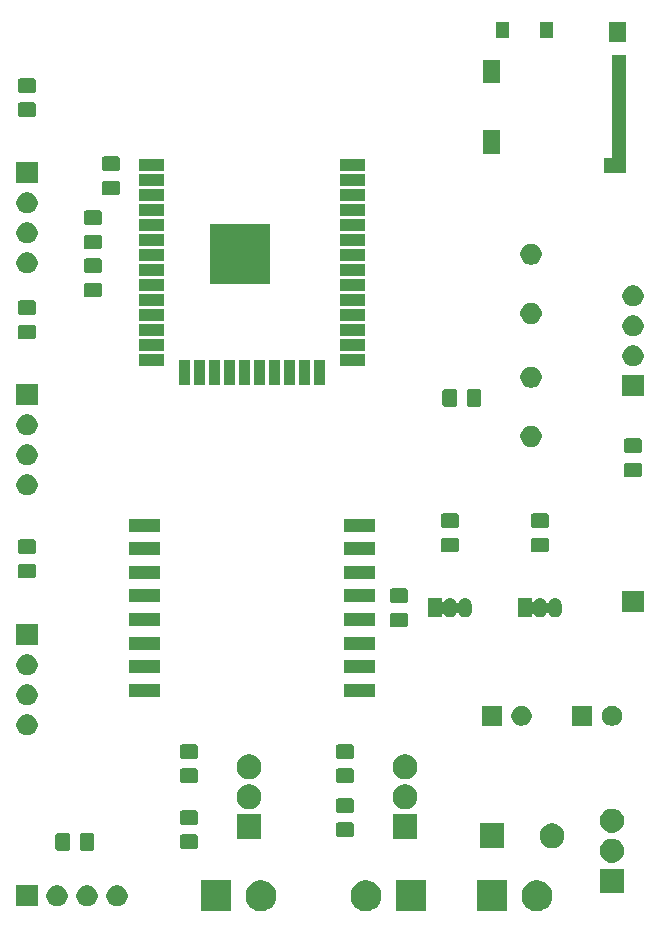
<source format=gbr>
G04 #@! TF.GenerationSoftware,KiCad,Pcbnew,(5.1.5)-3*
G04 #@! TF.CreationDate,2020-05-03T14:35:54+01:00*
G04 #@! TF.ProjectId,RocketTracker,526f636b-6574-4547-9261-636b65722e6b,rev?*
G04 #@! TF.SameCoordinates,Original*
G04 #@! TF.FileFunction,Soldermask,Top*
G04 #@! TF.FilePolarity,Negative*
%FSLAX46Y46*%
G04 Gerber Fmt 4.6, Leading zero omitted, Abs format (unit mm)*
G04 Created by KiCad (PCBNEW (5.1.5)-3) date 2020-05-03 14:35:54*
%MOMM*%
%LPD*%
G04 APERTURE LIST*
%ADD10C,0.100000*%
G04 APERTURE END LIST*
D10*
G36*
X119251393Y-127273304D02*
G01*
X119488101Y-127371352D01*
X119488103Y-127371353D01*
X119701135Y-127513696D01*
X119882304Y-127694865D01*
X120024647Y-127907897D01*
X120024648Y-127907899D01*
X120122696Y-128144607D01*
X120172680Y-128395893D01*
X120172680Y-128652107D01*
X120122696Y-128903393D01*
X120041940Y-129098354D01*
X120024647Y-129140103D01*
X119882304Y-129353135D01*
X119701135Y-129534304D01*
X119488103Y-129676647D01*
X119488102Y-129676648D01*
X119488101Y-129676648D01*
X119251393Y-129774696D01*
X119000107Y-129824680D01*
X118743893Y-129824680D01*
X118492607Y-129774696D01*
X118255899Y-129676648D01*
X118255898Y-129676648D01*
X118255897Y-129676647D01*
X118042865Y-129534304D01*
X117861696Y-129353135D01*
X117719353Y-129140103D01*
X117702060Y-129098354D01*
X117621304Y-128903393D01*
X117571320Y-128652107D01*
X117571320Y-128395893D01*
X117621304Y-128144607D01*
X117719352Y-127907899D01*
X117719353Y-127907897D01*
X117861696Y-127694865D01*
X118042865Y-127513696D01*
X118255897Y-127371353D01*
X118255899Y-127371352D01*
X118492607Y-127273304D01*
X118743893Y-127223320D01*
X119000107Y-127223320D01*
X119251393Y-127273304D01*
G37*
G36*
X139730680Y-129824680D02*
G01*
X137129320Y-129824680D01*
X137129320Y-127223320D01*
X139730680Y-127223320D01*
X139730680Y-129824680D01*
G37*
G36*
X142619393Y-127273304D02*
G01*
X142856101Y-127371352D01*
X142856103Y-127371353D01*
X143069135Y-127513696D01*
X143250304Y-127694865D01*
X143392647Y-127907897D01*
X143392648Y-127907899D01*
X143490696Y-128144607D01*
X143540680Y-128395893D01*
X143540680Y-128652107D01*
X143490696Y-128903393D01*
X143409940Y-129098354D01*
X143392647Y-129140103D01*
X143250304Y-129353135D01*
X143069135Y-129534304D01*
X142856103Y-129676647D01*
X142856102Y-129676648D01*
X142856101Y-129676648D01*
X142619393Y-129774696D01*
X142368107Y-129824680D01*
X142111893Y-129824680D01*
X141860607Y-129774696D01*
X141623899Y-129676648D01*
X141623898Y-129676648D01*
X141623897Y-129676647D01*
X141410865Y-129534304D01*
X141229696Y-129353135D01*
X141087353Y-129140103D01*
X141070060Y-129098354D01*
X140989304Y-128903393D01*
X140939320Y-128652107D01*
X140939320Y-128395893D01*
X140989304Y-128144607D01*
X141087352Y-127907899D01*
X141087353Y-127907897D01*
X141229696Y-127694865D01*
X141410865Y-127513696D01*
X141623897Y-127371353D01*
X141623899Y-127371352D01*
X141860607Y-127273304D01*
X142111893Y-127223320D01*
X142368107Y-127223320D01*
X142619393Y-127273304D01*
G37*
G36*
X132872680Y-129824680D02*
G01*
X130271320Y-129824680D01*
X130271320Y-127223320D01*
X132872680Y-127223320D01*
X132872680Y-129824680D01*
G37*
G36*
X116362680Y-129824680D02*
G01*
X113761320Y-129824680D01*
X113761320Y-127223320D01*
X116362680Y-127223320D01*
X116362680Y-129824680D01*
G37*
G36*
X128141393Y-127273304D02*
G01*
X128378101Y-127371352D01*
X128378103Y-127371353D01*
X128591135Y-127513696D01*
X128772304Y-127694865D01*
X128914647Y-127907897D01*
X128914648Y-127907899D01*
X129012696Y-128144607D01*
X129062680Y-128395893D01*
X129062680Y-128652107D01*
X129012696Y-128903393D01*
X128931940Y-129098354D01*
X128914647Y-129140103D01*
X128772304Y-129353135D01*
X128591135Y-129534304D01*
X128378103Y-129676647D01*
X128378102Y-129676648D01*
X128378101Y-129676648D01*
X128141393Y-129774696D01*
X127890107Y-129824680D01*
X127633893Y-129824680D01*
X127382607Y-129774696D01*
X127145899Y-129676648D01*
X127145898Y-129676648D01*
X127145897Y-129676647D01*
X126932865Y-129534304D01*
X126751696Y-129353135D01*
X126609353Y-129140103D01*
X126592060Y-129098354D01*
X126511304Y-128903393D01*
X126461320Y-128652107D01*
X126461320Y-128395893D01*
X126511304Y-128144607D01*
X126609352Y-127907899D01*
X126609353Y-127907897D01*
X126751696Y-127694865D01*
X126932865Y-127513696D01*
X127145897Y-127371353D01*
X127145899Y-127371352D01*
X127382607Y-127273304D01*
X127633893Y-127223320D01*
X127890107Y-127223320D01*
X128141393Y-127273304D01*
G37*
G36*
X106793512Y-127627927D02*
G01*
X106942812Y-127657624D01*
X107106784Y-127725544D01*
X107254354Y-127824147D01*
X107379853Y-127949646D01*
X107478456Y-128097216D01*
X107546376Y-128261188D01*
X107581000Y-128435259D01*
X107581000Y-128612741D01*
X107546376Y-128786812D01*
X107478456Y-128950784D01*
X107379853Y-129098354D01*
X107254354Y-129223853D01*
X107106784Y-129322456D01*
X106942812Y-129390376D01*
X106793512Y-129420073D01*
X106768742Y-129425000D01*
X106591258Y-129425000D01*
X106566488Y-129420073D01*
X106417188Y-129390376D01*
X106253216Y-129322456D01*
X106105646Y-129223853D01*
X105980147Y-129098354D01*
X105881544Y-128950784D01*
X105813624Y-128786812D01*
X105779000Y-128612741D01*
X105779000Y-128435259D01*
X105813624Y-128261188D01*
X105881544Y-128097216D01*
X105980147Y-127949646D01*
X106105646Y-127824147D01*
X106253216Y-127725544D01*
X106417188Y-127657624D01*
X106566488Y-127627927D01*
X106591258Y-127623000D01*
X106768742Y-127623000D01*
X106793512Y-127627927D01*
G37*
G36*
X99961000Y-129425000D02*
G01*
X98159000Y-129425000D01*
X98159000Y-127623000D01*
X99961000Y-127623000D01*
X99961000Y-129425000D01*
G37*
G36*
X101713512Y-127627927D02*
G01*
X101862812Y-127657624D01*
X102026784Y-127725544D01*
X102174354Y-127824147D01*
X102299853Y-127949646D01*
X102398456Y-128097216D01*
X102466376Y-128261188D01*
X102501000Y-128435259D01*
X102501000Y-128612741D01*
X102466376Y-128786812D01*
X102398456Y-128950784D01*
X102299853Y-129098354D01*
X102174354Y-129223853D01*
X102026784Y-129322456D01*
X101862812Y-129390376D01*
X101713512Y-129420073D01*
X101688742Y-129425000D01*
X101511258Y-129425000D01*
X101486488Y-129420073D01*
X101337188Y-129390376D01*
X101173216Y-129322456D01*
X101025646Y-129223853D01*
X100900147Y-129098354D01*
X100801544Y-128950784D01*
X100733624Y-128786812D01*
X100699000Y-128612741D01*
X100699000Y-128435259D01*
X100733624Y-128261188D01*
X100801544Y-128097216D01*
X100900147Y-127949646D01*
X101025646Y-127824147D01*
X101173216Y-127725544D01*
X101337188Y-127657624D01*
X101486488Y-127627927D01*
X101511258Y-127623000D01*
X101688742Y-127623000D01*
X101713512Y-127627927D01*
G37*
G36*
X104253512Y-127627927D02*
G01*
X104402812Y-127657624D01*
X104566784Y-127725544D01*
X104714354Y-127824147D01*
X104839853Y-127949646D01*
X104938456Y-128097216D01*
X105006376Y-128261188D01*
X105041000Y-128435259D01*
X105041000Y-128612741D01*
X105006376Y-128786812D01*
X104938456Y-128950784D01*
X104839853Y-129098354D01*
X104714354Y-129223853D01*
X104566784Y-129322456D01*
X104402812Y-129390376D01*
X104253512Y-129420073D01*
X104228742Y-129425000D01*
X104051258Y-129425000D01*
X104026488Y-129420073D01*
X103877188Y-129390376D01*
X103713216Y-129322456D01*
X103565646Y-129223853D01*
X103440147Y-129098354D01*
X103341544Y-128950784D01*
X103273624Y-128786812D01*
X103239000Y-128612741D01*
X103239000Y-128435259D01*
X103273624Y-128261188D01*
X103341544Y-128097216D01*
X103440147Y-127949646D01*
X103565646Y-127824147D01*
X103713216Y-127725544D01*
X103877188Y-127657624D01*
X104026488Y-127627927D01*
X104051258Y-127623000D01*
X104228742Y-127623000D01*
X104253512Y-127627927D01*
G37*
G36*
X149608500Y-128272500D02*
G01*
X147571500Y-128272500D01*
X147571500Y-126235500D01*
X149608500Y-126235500D01*
X149608500Y-128272500D01*
G37*
G36*
X148821494Y-123721593D02*
G01*
X148887085Y-123734640D01*
X149072441Y-123811417D01*
X149239256Y-123922879D01*
X149381121Y-124064744D01*
X149492583Y-124231559D01*
X149566489Y-124409983D01*
X149569360Y-124416916D01*
X149601475Y-124578367D01*
X149608500Y-124613687D01*
X149608500Y-124814313D01*
X149569360Y-125011085D01*
X149492583Y-125196441D01*
X149381121Y-125363256D01*
X149239256Y-125505121D01*
X149072441Y-125616583D01*
X148887085Y-125693360D01*
X148821494Y-125706407D01*
X148690315Y-125732500D01*
X148489685Y-125732500D01*
X148358506Y-125706407D01*
X148292915Y-125693360D01*
X148107559Y-125616583D01*
X147940744Y-125505121D01*
X147798879Y-125363256D01*
X147687417Y-125196441D01*
X147610640Y-125011085D01*
X147571500Y-124814313D01*
X147571500Y-124613687D01*
X147578526Y-124578367D01*
X147610640Y-124416916D01*
X147613512Y-124409983D01*
X147687417Y-124231559D01*
X147798879Y-124064744D01*
X147940744Y-123922879D01*
X148107559Y-123811417D01*
X148292915Y-123734640D01*
X148358506Y-123721593D01*
X148489685Y-123695500D01*
X148690315Y-123695500D01*
X148821494Y-123721593D01*
G37*
G36*
X104612674Y-123205465D02*
G01*
X104650367Y-123216899D01*
X104685103Y-123235466D01*
X104715548Y-123260452D01*
X104740534Y-123290897D01*
X104759101Y-123325633D01*
X104770535Y-123363326D01*
X104775000Y-123408661D01*
X104775000Y-124495339D01*
X104770535Y-124540674D01*
X104759101Y-124578367D01*
X104740534Y-124613103D01*
X104715548Y-124643548D01*
X104685103Y-124668534D01*
X104650367Y-124687101D01*
X104612674Y-124698535D01*
X104567339Y-124703000D01*
X103730661Y-124703000D01*
X103685326Y-124698535D01*
X103647633Y-124687101D01*
X103612897Y-124668534D01*
X103582452Y-124643548D01*
X103557466Y-124613103D01*
X103538899Y-124578367D01*
X103527465Y-124540674D01*
X103523000Y-124495339D01*
X103523000Y-123408661D01*
X103527465Y-123363326D01*
X103538899Y-123325633D01*
X103557466Y-123290897D01*
X103582452Y-123260452D01*
X103612897Y-123235466D01*
X103647633Y-123216899D01*
X103685326Y-123205465D01*
X103730661Y-123201000D01*
X104567339Y-123201000D01*
X104612674Y-123205465D01*
G37*
G36*
X102562674Y-123205465D02*
G01*
X102600367Y-123216899D01*
X102635103Y-123235466D01*
X102665548Y-123260452D01*
X102690534Y-123290897D01*
X102709101Y-123325633D01*
X102720535Y-123363326D01*
X102725000Y-123408661D01*
X102725000Y-124495339D01*
X102720535Y-124540674D01*
X102709101Y-124578367D01*
X102690534Y-124613103D01*
X102665548Y-124643548D01*
X102635103Y-124668534D01*
X102600367Y-124687101D01*
X102562674Y-124698535D01*
X102517339Y-124703000D01*
X101680661Y-124703000D01*
X101635326Y-124698535D01*
X101597633Y-124687101D01*
X101562897Y-124668534D01*
X101532452Y-124643548D01*
X101507466Y-124613103D01*
X101488899Y-124578367D01*
X101477465Y-124540674D01*
X101473000Y-124495339D01*
X101473000Y-123408661D01*
X101477465Y-123363326D01*
X101488899Y-123325633D01*
X101507466Y-123290897D01*
X101532452Y-123260452D01*
X101562897Y-123235466D01*
X101597633Y-123216899D01*
X101635326Y-123205465D01*
X101680661Y-123201000D01*
X102517339Y-123201000D01*
X102562674Y-123205465D01*
G37*
G36*
X113364674Y-123330465D02*
G01*
X113402367Y-123341899D01*
X113437103Y-123360466D01*
X113467548Y-123385452D01*
X113492534Y-123415897D01*
X113511101Y-123450633D01*
X113522535Y-123488326D01*
X113527000Y-123533661D01*
X113527000Y-124370339D01*
X113522535Y-124415674D01*
X113511101Y-124453367D01*
X113492534Y-124488103D01*
X113467548Y-124518548D01*
X113437103Y-124543534D01*
X113402367Y-124562101D01*
X113364674Y-124573535D01*
X113319339Y-124578000D01*
X112232661Y-124578000D01*
X112187326Y-124573535D01*
X112149633Y-124562101D01*
X112114897Y-124543534D01*
X112084452Y-124518548D01*
X112059466Y-124488103D01*
X112040899Y-124453367D01*
X112029465Y-124415674D01*
X112025000Y-124370339D01*
X112025000Y-123533661D01*
X112029465Y-123488326D01*
X112040899Y-123450633D01*
X112059466Y-123415897D01*
X112084452Y-123385452D01*
X112114897Y-123360466D01*
X112149633Y-123341899D01*
X112187326Y-123330465D01*
X112232661Y-123326000D01*
X113319339Y-123326000D01*
X113364674Y-123330465D01*
G37*
G36*
X143816564Y-122433389D02*
G01*
X144006592Y-122512101D01*
X144007835Y-122512616D01*
X144111934Y-122582173D01*
X144179973Y-122627635D01*
X144326365Y-122774027D01*
X144441385Y-122946167D01*
X144520611Y-123137436D01*
X144561000Y-123340484D01*
X144561000Y-123547516D01*
X144520611Y-123750564D01*
X144449236Y-123922879D01*
X144441384Y-123941835D01*
X144326365Y-124113973D01*
X144179973Y-124260365D01*
X144007835Y-124375384D01*
X144007834Y-124375385D01*
X144007833Y-124375385D01*
X143816564Y-124454611D01*
X143613516Y-124495000D01*
X143406484Y-124495000D01*
X143203436Y-124454611D01*
X143012167Y-124375385D01*
X143012166Y-124375385D01*
X143012165Y-124375384D01*
X142840027Y-124260365D01*
X142693635Y-124113973D01*
X142578616Y-123941835D01*
X142570764Y-123922879D01*
X142499389Y-123750564D01*
X142459000Y-123547516D01*
X142459000Y-123340484D01*
X142499389Y-123137436D01*
X142578615Y-122946167D01*
X142693635Y-122774027D01*
X142840027Y-122627635D01*
X142908066Y-122582173D01*
X143012165Y-122512616D01*
X143013408Y-122512101D01*
X143203436Y-122433389D01*
X143406484Y-122393000D01*
X143613516Y-122393000D01*
X143816564Y-122433389D01*
G37*
G36*
X139481000Y-124495000D02*
G01*
X137379000Y-124495000D01*
X137379000Y-122393000D01*
X139481000Y-122393000D01*
X139481000Y-124495000D01*
G37*
G36*
X132115000Y-123733000D02*
G01*
X130013000Y-123733000D01*
X130013000Y-121631000D01*
X132115000Y-121631000D01*
X132115000Y-123733000D01*
G37*
G36*
X118907000Y-123733000D02*
G01*
X116805000Y-123733000D01*
X116805000Y-121631000D01*
X118907000Y-121631000D01*
X118907000Y-123733000D01*
G37*
G36*
X126572674Y-122314465D02*
G01*
X126610367Y-122325899D01*
X126645103Y-122344466D01*
X126675548Y-122369452D01*
X126700534Y-122399897D01*
X126719101Y-122434633D01*
X126730535Y-122472326D01*
X126735000Y-122517661D01*
X126735000Y-123354339D01*
X126730535Y-123399674D01*
X126719101Y-123437367D01*
X126700534Y-123472103D01*
X126675548Y-123502548D01*
X126645103Y-123527534D01*
X126610367Y-123546101D01*
X126572674Y-123557535D01*
X126527339Y-123562000D01*
X125440661Y-123562000D01*
X125395326Y-123557535D01*
X125357633Y-123546101D01*
X125322897Y-123527534D01*
X125292452Y-123502548D01*
X125267466Y-123472103D01*
X125248899Y-123437367D01*
X125237465Y-123399674D01*
X125233000Y-123354339D01*
X125233000Y-122517661D01*
X125237465Y-122472326D01*
X125248899Y-122434633D01*
X125267466Y-122399897D01*
X125292452Y-122369452D01*
X125322897Y-122344466D01*
X125357633Y-122325899D01*
X125395326Y-122314465D01*
X125440661Y-122310000D01*
X126527339Y-122310000D01*
X126572674Y-122314465D01*
G37*
G36*
X148821494Y-121181593D02*
G01*
X148887085Y-121194640D01*
X149072441Y-121271417D01*
X149239256Y-121382879D01*
X149381121Y-121524744D01*
X149492583Y-121691559D01*
X149492584Y-121691561D01*
X149569360Y-121876916D01*
X149608500Y-122073685D01*
X149608500Y-122274315D01*
X149594546Y-122344466D01*
X149569360Y-122471085D01*
X149492583Y-122656441D01*
X149381121Y-122823256D01*
X149239256Y-122965121D01*
X149072441Y-123076583D01*
X148887085Y-123153360D01*
X148821494Y-123166407D01*
X148690315Y-123192500D01*
X148489685Y-123192500D01*
X148358506Y-123166407D01*
X148292915Y-123153360D01*
X148107559Y-123076583D01*
X147940744Y-122965121D01*
X147798879Y-122823256D01*
X147687417Y-122656441D01*
X147610640Y-122471085D01*
X147585454Y-122344466D01*
X147571500Y-122274315D01*
X147571500Y-122073685D01*
X147610640Y-121876916D01*
X147687416Y-121691561D01*
X147687417Y-121691559D01*
X147798879Y-121524744D01*
X147940744Y-121382879D01*
X148107559Y-121271417D01*
X148292915Y-121194640D01*
X148358506Y-121181593D01*
X148489685Y-121155500D01*
X148690315Y-121155500D01*
X148821494Y-121181593D01*
G37*
G36*
X113364674Y-121280465D02*
G01*
X113402367Y-121291899D01*
X113437103Y-121310466D01*
X113467548Y-121335452D01*
X113492534Y-121365897D01*
X113511101Y-121400633D01*
X113522535Y-121438326D01*
X113527000Y-121483661D01*
X113527000Y-122320339D01*
X113522535Y-122365674D01*
X113511101Y-122403367D01*
X113492534Y-122438103D01*
X113467548Y-122468548D01*
X113437103Y-122493534D01*
X113402367Y-122512101D01*
X113364674Y-122523535D01*
X113319339Y-122528000D01*
X112232661Y-122528000D01*
X112187326Y-122523535D01*
X112149633Y-122512101D01*
X112114897Y-122493534D01*
X112084452Y-122468548D01*
X112059466Y-122438103D01*
X112040899Y-122403367D01*
X112029465Y-122365674D01*
X112025000Y-122320339D01*
X112025000Y-121483661D01*
X112029465Y-121438326D01*
X112040899Y-121400633D01*
X112059466Y-121365897D01*
X112084452Y-121335452D01*
X112114897Y-121310466D01*
X112149633Y-121291899D01*
X112187326Y-121280465D01*
X112232661Y-121276000D01*
X113319339Y-121276000D01*
X113364674Y-121280465D01*
G37*
G36*
X126572674Y-120264465D02*
G01*
X126610367Y-120275899D01*
X126645103Y-120294466D01*
X126675548Y-120319452D01*
X126700534Y-120349897D01*
X126719101Y-120384633D01*
X126730535Y-120422326D01*
X126735000Y-120467661D01*
X126735000Y-121304339D01*
X126730535Y-121349674D01*
X126719101Y-121387367D01*
X126700534Y-121422103D01*
X126675548Y-121452548D01*
X126645103Y-121477534D01*
X126610367Y-121496101D01*
X126572674Y-121507535D01*
X126527339Y-121512000D01*
X125440661Y-121512000D01*
X125395326Y-121507535D01*
X125357633Y-121496101D01*
X125322897Y-121477534D01*
X125292452Y-121452548D01*
X125267466Y-121422103D01*
X125248899Y-121387367D01*
X125237465Y-121349674D01*
X125233000Y-121304339D01*
X125233000Y-120467661D01*
X125237465Y-120422326D01*
X125248899Y-120384633D01*
X125267466Y-120349897D01*
X125292452Y-120319452D01*
X125322897Y-120294466D01*
X125357633Y-120275899D01*
X125395326Y-120264465D01*
X125440661Y-120260000D01*
X126527339Y-120260000D01*
X126572674Y-120264465D01*
G37*
G36*
X131370564Y-119131389D02*
G01*
X131561833Y-119210615D01*
X131561835Y-119210616D01*
X131733973Y-119325635D01*
X131880365Y-119472027D01*
X131995385Y-119644167D01*
X132074611Y-119835436D01*
X132115000Y-120038484D01*
X132115000Y-120245516D01*
X132074611Y-120448564D01*
X132039979Y-120532173D01*
X131995384Y-120639835D01*
X131880365Y-120811973D01*
X131733973Y-120958365D01*
X131561835Y-121073384D01*
X131561834Y-121073385D01*
X131561833Y-121073385D01*
X131370564Y-121152611D01*
X131167516Y-121193000D01*
X130960484Y-121193000D01*
X130757436Y-121152611D01*
X130566167Y-121073385D01*
X130566166Y-121073385D01*
X130566165Y-121073384D01*
X130394027Y-120958365D01*
X130247635Y-120811973D01*
X130132616Y-120639835D01*
X130088021Y-120532173D01*
X130053389Y-120448564D01*
X130013000Y-120245516D01*
X130013000Y-120038484D01*
X130053389Y-119835436D01*
X130132615Y-119644167D01*
X130247635Y-119472027D01*
X130394027Y-119325635D01*
X130566165Y-119210616D01*
X130566167Y-119210615D01*
X130757436Y-119131389D01*
X130960484Y-119091000D01*
X131167516Y-119091000D01*
X131370564Y-119131389D01*
G37*
G36*
X118162564Y-119131389D02*
G01*
X118353833Y-119210615D01*
X118353835Y-119210616D01*
X118525973Y-119325635D01*
X118672365Y-119472027D01*
X118787385Y-119644167D01*
X118866611Y-119835436D01*
X118907000Y-120038484D01*
X118907000Y-120245516D01*
X118866611Y-120448564D01*
X118831979Y-120532173D01*
X118787384Y-120639835D01*
X118672365Y-120811973D01*
X118525973Y-120958365D01*
X118353835Y-121073384D01*
X118353834Y-121073385D01*
X118353833Y-121073385D01*
X118162564Y-121152611D01*
X117959516Y-121193000D01*
X117752484Y-121193000D01*
X117549436Y-121152611D01*
X117358167Y-121073385D01*
X117358166Y-121073385D01*
X117358165Y-121073384D01*
X117186027Y-120958365D01*
X117039635Y-120811973D01*
X116924616Y-120639835D01*
X116880021Y-120532173D01*
X116845389Y-120448564D01*
X116805000Y-120245516D01*
X116805000Y-120038484D01*
X116845389Y-119835436D01*
X116924615Y-119644167D01*
X117039635Y-119472027D01*
X117186027Y-119325635D01*
X117358165Y-119210616D01*
X117358167Y-119210615D01*
X117549436Y-119131389D01*
X117752484Y-119091000D01*
X117959516Y-119091000D01*
X118162564Y-119131389D01*
G37*
G36*
X126572674Y-117742465D02*
G01*
X126610367Y-117753899D01*
X126645103Y-117772466D01*
X126675548Y-117797452D01*
X126700534Y-117827897D01*
X126719101Y-117862633D01*
X126730535Y-117900326D01*
X126735000Y-117945661D01*
X126735000Y-118782339D01*
X126730535Y-118827674D01*
X126719101Y-118865367D01*
X126700534Y-118900103D01*
X126675548Y-118930548D01*
X126645103Y-118955534D01*
X126610367Y-118974101D01*
X126572674Y-118985535D01*
X126527339Y-118990000D01*
X125440661Y-118990000D01*
X125395326Y-118985535D01*
X125357633Y-118974101D01*
X125322897Y-118955534D01*
X125292452Y-118930548D01*
X125267466Y-118900103D01*
X125248899Y-118865367D01*
X125237465Y-118827674D01*
X125233000Y-118782339D01*
X125233000Y-117945661D01*
X125237465Y-117900326D01*
X125248899Y-117862633D01*
X125267466Y-117827897D01*
X125292452Y-117797452D01*
X125322897Y-117772466D01*
X125357633Y-117753899D01*
X125395326Y-117742465D01*
X125440661Y-117738000D01*
X126527339Y-117738000D01*
X126572674Y-117742465D01*
G37*
G36*
X113364674Y-117742465D02*
G01*
X113402367Y-117753899D01*
X113437103Y-117772466D01*
X113467548Y-117797452D01*
X113492534Y-117827897D01*
X113511101Y-117862633D01*
X113522535Y-117900326D01*
X113527000Y-117945661D01*
X113527000Y-118782339D01*
X113522535Y-118827674D01*
X113511101Y-118865367D01*
X113492534Y-118900103D01*
X113467548Y-118930548D01*
X113437103Y-118955534D01*
X113402367Y-118974101D01*
X113364674Y-118985535D01*
X113319339Y-118990000D01*
X112232661Y-118990000D01*
X112187326Y-118985535D01*
X112149633Y-118974101D01*
X112114897Y-118955534D01*
X112084452Y-118930548D01*
X112059466Y-118900103D01*
X112040899Y-118865367D01*
X112029465Y-118827674D01*
X112025000Y-118782339D01*
X112025000Y-117945661D01*
X112029465Y-117900326D01*
X112040899Y-117862633D01*
X112059466Y-117827897D01*
X112084452Y-117797452D01*
X112114897Y-117772466D01*
X112149633Y-117753899D01*
X112187326Y-117742465D01*
X112232661Y-117738000D01*
X113319339Y-117738000D01*
X113364674Y-117742465D01*
G37*
G36*
X131370564Y-116591389D02*
G01*
X131555102Y-116667827D01*
X131561835Y-116670616D01*
X131733973Y-116785635D01*
X131880365Y-116932027D01*
X131995385Y-117104167D01*
X132074611Y-117295436D01*
X132115000Y-117498484D01*
X132115000Y-117705516D01*
X132074611Y-117908564D01*
X132054517Y-117957075D01*
X131995384Y-118099835D01*
X131880365Y-118271973D01*
X131733973Y-118418365D01*
X131561835Y-118533384D01*
X131561834Y-118533385D01*
X131561833Y-118533385D01*
X131370564Y-118612611D01*
X131167516Y-118653000D01*
X130960484Y-118653000D01*
X130757436Y-118612611D01*
X130566167Y-118533385D01*
X130566166Y-118533385D01*
X130566165Y-118533384D01*
X130394027Y-118418365D01*
X130247635Y-118271973D01*
X130132616Y-118099835D01*
X130073483Y-117957075D01*
X130053389Y-117908564D01*
X130013000Y-117705516D01*
X130013000Y-117498484D01*
X130053389Y-117295436D01*
X130132615Y-117104167D01*
X130247635Y-116932027D01*
X130394027Y-116785635D01*
X130566165Y-116670616D01*
X130572898Y-116667827D01*
X130757436Y-116591389D01*
X130960484Y-116551000D01*
X131167516Y-116551000D01*
X131370564Y-116591389D01*
G37*
G36*
X118162564Y-116591389D02*
G01*
X118347102Y-116667827D01*
X118353835Y-116670616D01*
X118525973Y-116785635D01*
X118672365Y-116932027D01*
X118787385Y-117104167D01*
X118866611Y-117295436D01*
X118907000Y-117498484D01*
X118907000Y-117705516D01*
X118866611Y-117908564D01*
X118846517Y-117957075D01*
X118787384Y-118099835D01*
X118672365Y-118271973D01*
X118525973Y-118418365D01*
X118353835Y-118533384D01*
X118353834Y-118533385D01*
X118353833Y-118533385D01*
X118162564Y-118612611D01*
X117959516Y-118653000D01*
X117752484Y-118653000D01*
X117549436Y-118612611D01*
X117358167Y-118533385D01*
X117358166Y-118533385D01*
X117358165Y-118533384D01*
X117186027Y-118418365D01*
X117039635Y-118271973D01*
X116924616Y-118099835D01*
X116865483Y-117957075D01*
X116845389Y-117908564D01*
X116805000Y-117705516D01*
X116805000Y-117498484D01*
X116845389Y-117295436D01*
X116924615Y-117104167D01*
X117039635Y-116932027D01*
X117186027Y-116785635D01*
X117358165Y-116670616D01*
X117364898Y-116667827D01*
X117549436Y-116591389D01*
X117752484Y-116551000D01*
X117959516Y-116551000D01*
X118162564Y-116591389D01*
G37*
G36*
X126572674Y-115692465D02*
G01*
X126610367Y-115703899D01*
X126645103Y-115722466D01*
X126675548Y-115747452D01*
X126700534Y-115777897D01*
X126719101Y-115812633D01*
X126730535Y-115850326D01*
X126735000Y-115895661D01*
X126735000Y-116732339D01*
X126730535Y-116777674D01*
X126719101Y-116815367D01*
X126700534Y-116850103D01*
X126675548Y-116880548D01*
X126645103Y-116905534D01*
X126610367Y-116924101D01*
X126572674Y-116935535D01*
X126527339Y-116940000D01*
X125440661Y-116940000D01*
X125395326Y-116935535D01*
X125357633Y-116924101D01*
X125322897Y-116905534D01*
X125292452Y-116880548D01*
X125267466Y-116850103D01*
X125248899Y-116815367D01*
X125237465Y-116777674D01*
X125233000Y-116732339D01*
X125233000Y-115895661D01*
X125237465Y-115850326D01*
X125248899Y-115812633D01*
X125267466Y-115777897D01*
X125292452Y-115747452D01*
X125322897Y-115722466D01*
X125357633Y-115703899D01*
X125395326Y-115692465D01*
X125440661Y-115688000D01*
X126527339Y-115688000D01*
X126572674Y-115692465D01*
G37*
G36*
X113364674Y-115692465D02*
G01*
X113402367Y-115703899D01*
X113437103Y-115722466D01*
X113467548Y-115747452D01*
X113492534Y-115777897D01*
X113511101Y-115812633D01*
X113522535Y-115850326D01*
X113527000Y-115895661D01*
X113527000Y-116732339D01*
X113522535Y-116777674D01*
X113511101Y-116815367D01*
X113492534Y-116850103D01*
X113467548Y-116880548D01*
X113437103Y-116905534D01*
X113402367Y-116924101D01*
X113364674Y-116935535D01*
X113319339Y-116940000D01*
X112232661Y-116940000D01*
X112187326Y-116935535D01*
X112149633Y-116924101D01*
X112114897Y-116905534D01*
X112084452Y-116880548D01*
X112059466Y-116850103D01*
X112040899Y-116815367D01*
X112029465Y-116777674D01*
X112025000Y-116732339D01*
X112025000Y-115895661D01*
X112029465Y-115850326D01*
X112040899Y-115812633D01*
X112059466Y-115777897D01*
X112084452Y-115747452D01*
X112114897Y-115722466D01*
X112149633Y-115703899D01*
X112187326Y-115692465D01*
X112232661Y-115688000D01*
X113319339Y-115688000D01*
X113364674Y-115692465D01*
G37*
G36*
X99173512Y-113149927D02*
G01*
X99322812Y-113179624D01*
X99486784Y-113247544D01*
X99634354Y-113346147D01*
X99759853Y-113471646D01*
X99858456Y-113619216D01*
X99926376Y-113783188D01*
X99956073Y-113932488D01*
X99961000Y-113957258D01*
X99961000Y-114134742D01*
X99956073Y-114159512D01*
X99926376Y-114308812D01*
X99858456Y-114472784D01*
X99759853Y-114620354D01*
X99634354Y-114745853D01*
X99486784Y-114844456D01*
X99322812Y-114912376D01*
X99173512Y-114942073D01*
X99148742Y-114947000D01*
X98971258Y-114947000D01*
X98946488Y-114942073D01*
X98797188Y-114912376D01*
X98633216Y-114844456D01*
X98485646Y-114745853D01*
X98360147Y-114620354D01*
X98261544Y-114472784D01*
X98193624Y-114308812D01*
X98163927Y-114159512D01*
X98159000Y-114134742D01*
X98159000Y-113957258D01*
X98163927Y-113932488D01*
X98193624Y-113783188D01*
X98261544Y-113619216D01*
X98360147Y-113471646D01*
X98485646Y-113346147D01*
X98633216Y-113247544D01*
X98797188Y-113179624D01*
X98946488Y-113149927D01*
X98971258Y-113145000D01*
X99148742Y-113145000D01*
X99173512Y-113149927D01*
G37*
G36*
X146941000Y-114135000D02*
G01*
X145239000Y-114135000D01*
X145239000Y-112433000D01*
X146941000Y-112433000D01*
X146941000Y-114135000D01*
G37*
G36*
X139281000Y-114135000D02*
G01*
X137579000Y-114135000D01*
X137579000Y-112433000D01*
X139281000Y-112433000D01*
X139281000Y-114135000D01*
G37*
G36*
X141178228Y-112465703D02*
G01*
X141333100Y-112529853D01*
X141472481Y-112622985D01*
X141591015Y-112741519D01*
X141684147Y-112880900D01*
X141748297Y-113035772D01*
X141781000Y-113200184D01*
X141781000Y-113367816D01*
X141748297Y-113532228D01*
X141684147Y-113687100D01*
X141591015Y-113826481D01*
X141472481Y-113945015D01*
X141333100Y-114038147D01*
X141178228Y-114102297D01*
X141013816Y-114135000D01*
X140846184Y-114135000D01*
X140681772Y-114102297D01*
X140526900Y-114038147D01*
X140387519Y-113945015D01*
X140268985Y-113826481D01*
X140175853Y-113687100D01*
X140111703Y-113532228D01*
X140079000Y-113367816D01*
X140079000Y-113200184D01*
X140111703Y-113035772D01*
X140175853Y-112880900D01*
X140268985Y-112741519D01*
X140387519Y-112622985D01*
X140526900Y-112529853D01*
X140681772Y-112465703D01*
X140846184Y-112433000D01*
X141013816Y-112433000D01*
X141178228Y-112465703D01*
G37*
G36*
X148838228Y-112465703D02*
G01*
X148993100Y-112529853D01*
X149132481Y-112622985D01*
X149251015Y-112741519D01*
X149344147Y-112880900D01*
X149408297Y-113035772D01*
X149441000Y-113200184D01*
X149441000Y-113367816D01*
X149408297Y-113532228D01*
X149344147Y-113687100D01*
X149251015Y-113826481D01*
X149132481Y-113945015D01*
X148993100Y-114038147D01*
X148838228Y-114102297D01*
X148673816Y-114135000D01*
X148506184Y-114135000D01*
X148341772Y-114102297D01*
X148186900Y-114038147D01*
X148047519Y-113945015D01*
X147928985Y-113826481D01*
X147835853Y-113687100D01*
X147771703Y-113532228D01*
X147739000Y-113367816D01*
X147739000Y-113200184D01*
X147771703Y-113035772D01*
X147835853Y-112880900D01*
X147928985Y-112741519D01*
X148047519Y-112622985D01*
X148186900Y-112529853D01*
X148341772Y-112465703D01*
X148506184Y-112433000D01*
X148673816Y-112433000D01*
X148838228Y-112465703D01*
G37*
G36*
X99173512Y-110609927D02*
G01*
X99322812Y-110639624D01*
X99486784Y-110707544D01*
X99634354Y-110806147D01*
X99759853Y-110931646D01*
X99858456Y-111079216D01*
X99926376Y-111243188D01*
X99961000Y-111417259D01*
X99961000Y-111594741D01*
X99926376Y-111768812D01*
X99858456Y-111932784D01*
X99759853Y-112080354D01*
X99634354Y-112205853D01*
X99486784Y-112304456D01*
X99322812Y-112372376D01*
X99173512Y-112402073D01*
X99148742Y-112407000D01*
X98971258Y-112407000D01*
X98946488Y-112402073D01*
X98797188Y-112372376D01*
X98633216Y-112304456D01*
X98485646Y-112205853D01*
X98360147Y-112080354D01*
X98261544Y-111932784D01*
X98193624Y-111768812D01*
X98159000Y-111594741D01*
X98159000Y-111417259D01*
X98193624Y-111243188D01*
X98261544Y-111079216D01*
X98360147Y-110931646D01*
X98485646Y-110806147D01*
X98633216Y-110707544D01*
X98797188Y-110639624D01*
X98946488Y-110609927D01*
X98971258Y-110605000D01*
X99148742Y-110605000D01*
X99173512Y-110609927D01*
G37*
G36*
X110311000Y-111691000D02*
G01*
X107709000Y-111691000D01*
X107709000Y-110589000D01*
X110311000Y-110589000D01*
X110311000Y-111691000D01*
G37*
G36*
X128511000Y-111691000D02*
G01*
X125909000Y-111691000D01*
X125909000Y-110589000D01*
X128511000Y-110589000D01*
X128511000Y-111691000D01*
G37*
G36*
X99173512Y-108069927D02*
G01*
X99322812Y-108099624D01*
X99486784Y-108167544D01*
X99634354Y-108266147D01*
X99759853Y-108391646D01*
X99858456Y-108539216D01*
X99926376Y-108703188D01*
X99961000Y-108877259D01*
X99961000Y-109054741D01*
X99926376Y-109228812D01*
X99858456Y-109392784D01*
X99759853Y-109540354D01*
X99634354Y-109665853D01*
X99486784Y-109764456D01*
X99322812Y-109832376D01*
X99173512Y-109862073D01*
X99148742Y-109867000D01*
X98971258Y-109867000D01*
X98946488Y-109862073D01*
X98797188Y-109832376D01*
X98633216Y-109764456D01*
X98485646Y-109665853D01*
X98360147Y-109540354D01*
X98261544Y-109392784D01*
X98193624Y-109228812D01*
X98159000Y-109054741D01*
X98159000Y-108877259D01*
X98193624Y-108703188D01*
X98261544Y-108539216D01*
X98360147Y-108391646D01*
X98485646Y-108266147D01*
X98633216Y-108167544D01*
X98797188Y-108099624D01*
X98946488Y-108069927D01*
X98971258Y-108065000D01*
X99148742Y-108065000D01*
X99173512Y-108069927D01*
G37*
G36*
X110311000Y-109691000D02*
G01*
X107709000Y-109691000D01*
X107709000Y-108589000D01*
X110311000Y-108589000D01*
X110311000Y-109691000D01*
G37*
G36*
X128511000Y-109691000D02*
G01*
X125909000Y-109691000D01*
X125909000Y-108589000D01*
X128511000Y-108589000D01*
X128511000Y-109691000D01*
G37*
G36*
X128511000Y-107691000D02*
G01*
X125909000Y-107691000D01*
X125909000Y-106589000D01*
X128511000Y-106589000D01*
X128511000Y-107691000D01*
G37*
G36*
X110311000Y-107691000D02*
G01*
X107709000Y-107691000D01*
X107709000Y-106589000D01*
X110311000Y-106589000D01*
X110311000Y-107691000D01*
G37*
G36*
X99961000Y-107327000D02*
G01*
X98159000Y-107327000D01*
X98159000Y-105525000D01*
X99961000Y-105525000D01*
X99961000Y-107327000D01*
G37*
G36*
X131144674Y-104543465D02*
G01*
X131182367Y-104554899D01*
X131217103Y-104573466D01*
X131247548Y-104598452D01*
X131272534Y-104628897D01*
X131291101Y-104663633D01*
X131302535Y-104701326D01*
X131307000Y-104746661D01*
X131307000Y-105583339D01*
X131302535Y-105628674D01*
X131291101Y-105666367D01*
X131272534Y-105701103D01*
X131247548Y-105731548D01*
X131217103Y-105756534D01*
X131182367Y-105775101D01*
X131144674Y-105786535D01*
X131099339Y-105791000D01*
X130012661Y-105791000D01*
X129967326Y-105786535D01*
X129929633Y-105775101D01*
X129894897Y-105756534D01*
X129864452Y-105731548D01*
X129839466Y-105701103D01*
X129820899Y-105666367D01*
X129809465Y-105628674D01*
X129805000Y-105583339D01*
X129805000Y-104746661D01*
X129809465Y-104701326D01*
X129820899Y-104663633D01*
X129839466Y-104628897D01*
X129864452Y-104598452D01*
X129894897Y-104573466D01*
X129929633Y-104554899D01*
X129967326Y-104543465D01*
X130012661Y-104539000D01*
X131099339Y-104539000D01*
X131144674Y-104543465D01*
G37*
G36*
X110311000Y-105691000D02*
G01*
X107709000Y-105691000D01*
X107709000Y-104589000D01*
X110311000Y-104589000D01*
X110311000Y-105691000D01*
G37*
G36*
X128511000Y-105691000D02*
G01*
X125909000Y-105691000D01*
X125909000Y-104589000D01*
X128511000Y-104589000D01*
X128511000Y-105691000D01*
G37*
G36*
X136256915Y-103347334D02*
G01*
X136365491Y-103380271D01*
X136365494Y-103380272D01*
X136401600Y-103399571D01*
X136465556Y-103433756D01*
X136553264Y-103505736D01*
X136625244Y-103593443D01*
X136656063Y-103651103D01*
X136678728Y-103693505D01*
X136678729Y-103693508D01*
X136711666Y-103802084D01*
X136720000Y-103886702D01*
X136720000Y-104393297D01*
X136711666Y-104477916D01*
X136679252Y-104584767D01*
X136678728Y-104586495D01*
X136668761Y-104605141D01*
X136625244Y-104686557D01*
X136553264Y-104774264D01*
X136465557Y-104846244D01*
X136401601Y-104880429D01*
X136365495Y-104899728D01*
X136365492Y-104899729D01*
X136256916Y-104932666D01*
X136144000Y-104943787D01*
X136031085Y-104932666D01*
X135922509Y-104899729D01*
X135922506Y-104899728D01*
X135886400Y-104880429D01*
X135822444Y-104846244D01*
X135734737Y-104774264D01*
X135662757Y-104686557D01*
X135619239Y-104605141D01*
X135605625Y-104584766D01*
X135588298Y-104567439D01*
X135567924Y-104553826D01*
X135545285Y-104544448D01*
X135521252Y-104539668D01*
X135496748Y-104539668D01*
X135472715Y-104544448D01*
X135450076Y-104553826D01*
X135429701Y-104567440D01*
X135412374Y-104584767D01*
X135398761Y-104605141D01*
X135355244Y-104686557D01*
X135283264Y-104774264D01*
X135195557Y-104846244D01*
X135131601Y-104880429D01*
X135095495Y-104899728D01*
X135095492Y-104899729D01*
X134986916Y-104932666D01*
X134874000Y-104943787D01*
X134761085Y-104932666D01*
X134652509Y-104899729D01*
X134652506Y-104899728D01*
X134616400Y-104880429D01*
X134552444Y-104846244D01*
X134464737Y-104774264D01*
X134401622Y-104697359D01*
X134384297Y-104680034D01*
X134363923Y-104666420D01*
X134341284Y-104657043D01*
X134317250Y-104652263D01*
X134292746Y-104652263D01*
X134268713Y-104657044D01*
X134246074Y-104666421D01*
X134225700Y-104680035D01*
X134208373Y-104697362D01*
X134194759Y-104717736D01*
X134185382Y-104740375D01*
X134180000Y-104776660D01*
X134180000Y-104941000D01*
X133028000Y-104941000D01*
X133028000Y-103339000D01*
X134180000Y-103339000D01*
X134180000Y-103503341D01*
X134182402Y-103527727D01*
X134189515Y-103551176D01*
X134201066Y-103572787D01*
X134216611Y-103591729D01*
X134235553Y-103607274D01*
X134257164Y-103618825D01*
X134280613Y-103625938D01*
X134304999Y-103628340D01*
X134329385Y-103625938D01*
X134352834Y-103618825D01*
X134374445Y-103607274D01*
X134393387Y-103591729D01*
X134401608Y-103582657D01*
X134464736Y-103505736D01*
X134552443Y-103433756D01*
X134616399Y-103399571D01*
X134652505Y-103380272D01*
X134652508Y-103380271D01*
X134761084Y-103347334D01*
X134874000Y-103336213D01*
X134986915Y-103347334D01*
X135095491Y-103380271D01*
X135095494Y-103380272D01*
X135131600Y-103399571D01*
X135195556Y-103433756D01*
X135283264Y-103505736D01*
X135355244Y-103593443D01*
X135386063Y-103651103D01*
X135398761Y-103674859D01*
X135412375Y-103695234D01*
X135429702Y-103712561D01*
X135450076Y-103726174D01*
X135472715Y-103735552D01*
X135496748Y-103740332D01*
X135521252Y-103740332D01*
X135545285Y-103735552D01*
X135567924Y-103726174D01*
X135588299Y-103712560D01*
X135605626Y-103695233D01*
X135619239Y-103674860D01*
X135662756Y-103593444D01*
X135734736Y-103505736D01*
X135822443Y-103433756D01*
X135886399Y-103399571D01*
X135922505Y-103380272D01*
X135922508Y-103380271D01*
X136031084Y-103347334D01*
X136144000Y-103336213D01*
X136256915Y-103347334D01*
G37*
G36*
X143876915Y-103347334D02*
G01*
X143985491Y-103380271D01*
X143985494Y-103380272D01*
X144021600Y-103399571D01*
X144085556Y-103433756D01*
X144173264Y-103505736D01*
X144245244Y-103593443D01*
X144276063Y-103651103D01*
X144298728Y-103693505D01*
X144298729Y-103693508D01*
X144331666Y-103802084D01*
X144340000Y-103886702D01*
X144340000Y-104393297D01*
X144331666Y-104477916D01*
X144299252Y-104584767D01*
X144298728Y-104586495D01*
X144288761Y-104605141D01*
X144245244Y-104686557D01*
X144173264Y-104774264D01*
X144085557Y-104846244D01*
X144021601Y-104880429D01*
X143985495Y-104899728D01*
X143985492Y-104899729D01*
X143876916Y-104932666D01*
X143764000Y-104943787D01*
X143651085Y-104932666D01*
X143542509Y-104899729D01*
X143542506Y-104899728D01*
X143506400Y-104880429D01*
X143442444Y-104846244D01*
X143354737Y-104774264D01*
X143282757Y-104686557D01*
X143239239Y-104605141D01*
X143225625Y-104584766D01*
X143208298Y-104567439D01*
X143187924Y-104553826D01*
X143165285Y-104544448D01*
X143141252Y-104539668D01*
X143116748Y-104539668D01*
X143092715Y-104544448D01*
X143070076Y-104553826D01*
X143049701Y-104567440D01*
X143032374Y-104584767D01*
X143018761Y-104605141D01*
X142975244Y-104686557D01*
X142903264Y-104774264D01*
X142815557Y-104846244D01*
X142751601Y-104880429D01*
X142715495Y-104899728D01*
X142715492Y-104899729D01*
X142606916Y-104932666D01*
X142494000Y-104943787D01*
X142381085Y-104932666D01*
X142272509Y-104899729D01*
X142272506Y-104899728D01*
X142236400Y-104880429D01*
X142172444Y-104846244D01*
X142084737Y-104774264D01*
X142021622Y-104697359D01*
X142004297Y-104680034D01*
X141983923Y-104666420D01*
X141961284Y-104657043D01*
X141937250Y-104652263D01*
X141912746Y-104652263D01*
X141888713Y-104657044D01*
X141866074Y-104666421D01*
X141845700Y-104680035D01*
X141828373Y-104697362D01*
X141814759Y-104717736D01*
X141805382Y-104740375D01*
X141800000Y-104776660D01*
X141800000Y-104941000D01*
X140648000Y-104941000D01*
X140648000Y-103339000D01*
X141800000Y-103339000D01*
X141800000Y-103503341D01*
X141802402Y-103527727D01*
X141809515Y-103551176D01*
X141821066Y-103572787D01*
X141836611Y-103591729D01*
X141855553Y-103607274D01*
X141877164Y-103618825D01*
X141900613Y-103625938D01*
X141924999Y-103628340D01*
X141949385Y-103625938D01*
X141972834Y-103618825D01*
X141994445Y-103607274D01*
X142013387Y-103591729D01*
X142021608Y-103582657D01*
X142084736Y-103505736D01*
X142172443Y-103433756D01*
X142236399Y-103399571D01*
X142272505Y-103380272D01*
X142272508Y-103380271D01*
X142381084Y-103347334D01*
X142494000Y-103336213D01*
X142606915Y-103347334D01*
X142715491Y-103380271D01*
X142715494Y-103380272D01*
X142751600Y-103399571D01*
X142815556Y-103433756D01*
X142903264Y-103505736D01*
X142975244Y-103593443D01*
X143006063Y-103651103D01*
X143018761Y-103674859D01*
X143032375Y-103695234D01*
X143049702Y-103712561D01*
X143070076Y-103726174D01*
X143092715Y-103735552D01*
X143116748Y-103740332D01*
X143141252Y-103740332D01*
X143165285Y-103735552D01*
X143187924Y-103726174D01*
X143208299Y-103712560D01*
X143225626Y-103695233D01*
X143239239Y-103674860D01*
X143282756Y-103593444D01*
X143354736Y-103505736D01*
X143442443Y-103433756D01*
X143506399Y-103399571D01*
X143542505Y-103380272D01*
X143542508Y-103380271D01*
X143651084Y-103347334D01*
X143764000Y-103336213D01*
X143876915Y-103347334D01*
G37*
G36*
X151269000Y-104533000D02*
G01*
X149467000Y-104533000D01*
X149467000Y-102731000D01*
X151269000Y-102731000D01*
X151269000Y-104533000D01*
G37*
G36*
X131144674Y-102493465D02*
G01*
X131182367Y-102504899D01*
X131217103Y-102523466D01*
X131247548Y-102548452D01*
X131272534Y-102578897D01*
X131291101Y-102613633D01*
X131302535Y-102651326D01*
X131307000Y-102696661D01*
X131307000Y-103533339D01*
X131302535Y-103578674D01*
X131291101Y-103616367D01*
X131272534Y-103651103D01*
X131247548Y-103681548D01*
X131217103Y-103706534D01*
X131182367Y-103725101D01*
X131144674Y-103736535D01*
X131099339Y-103741000D01*
X130012661Y-103741000D01*
X129967326Y-103736535D01*
X129929633Y-103725101D01*
X129894897Y-103706534D01*
X129864452Y-103681548D01*
X129839466Y-103651103D01*
X129820899Y-103616367D01*
X129809465Y-103578674D01*
X129805000Y-103533339D01*
X129805000Y-102696661D01*
X129809465Y-102651326D01*
X129820899Y-102613633D01*
X129839466Y-102578897D01*
X129864452Y-102548452D01*
X129894897Y-102523466D01*
X129929633Y-102504899D01*
X129967326Y-102493465D01*
X130012661Y-102489000D01*
X131099339Y-102489000D01*
X131144674Y-102493465D01*
G37*
G36*
X110311000Y-103691000D02*
G01*
X107709000Y-103691000D01*
X107709000Y-102589000D01*
X110311000Y-102589000D01*
X110311000Y-103691000D01*
G37*
G36*
X128511000Y-103691000D02*
G01*
X125909000Y-103691000D01*
X125909000Y-102589000D01*
X128511000Y-102589000D01*
X128511000Y-103691000D01*
G37*
G36*
X110311000Y-101691000D02*
G01*
X107709000Y-101691000D01*
X107709000Y-100589000D01*
X110311000Y-100589000D01*
X110311000Y-101691000D01*
G37*
G36*
X128511000Y-101691000D02*
G01*
X125909000Y-101691000D01*
X125909000Y-100589000D01*
X128511000Y-100589000D01*
X128511000Y-101691000D01*
G37*
G36*
X99648674Y-100399465D02*
G01*
X99686367Y-100410899D01*
X99721103Y-100429466D01*
X99751548Y-100454452D01*
X99776534Y-100484897D01*
X99795101Y-100519633D01*
X99806535Y-100557326D01*
X99811000Y-100602661D01*
X99811000Y-101439339D01*
X99806535Y-101484674D01*
X99795101Y-101522367D01*
X99776534Y-101557103D01*
X99751548Y-101587548D01*
X99721103Y-101612534D01*
X99686367Y-101631101D01*
X99648674Y-101642535D01*
X99603339Y-101647000D01*
X98516661Y-101647000D01*
X98471326Y-101642535D01*
X98433633Y-101631101D01*
X98398897Y-101612534D01*
X98368452Y-101587548D01*
X98343466Y-101557103D01*
X98324899Y-101522367D01*
X98313465Y-101484674D01*
X98309000Y-101439339D01*
X98309000Y-100602661D01*
X98313465Y-100557326D01*
X98324899Y-100519633D01*
X98343466Y-100484897D01*
X98368452Y-100454452D01*
X98398897Y-100429466D01*
X98433633Y-100410899D01*
X98471326Y-100399465D01*
X98516661Y-100395000D01*
X99603339Y-100395000D01*
X99648674Y-100399465D01*
G37*
G36*
X110311000Y-99691000D02*
G01*
X107709000Y-99691000D01*
X107709000Y-98589000D01*
X110311000Y-98589000D01*
X110311000Y-99691000D01*
G37*
G36*
X128511000Y-99691000D02*
G01*
X125909000Y-99691000D01*
X125909000Y-98589000D01*
X128511000Y-98589000D01*
X128511000Y-99691000D01*
G37*
G36*
X99648674Y-98349465D02*
G01*
X99686367Y-98360899D01*
X99721103Y-98379466D01*
X99751548Y-98404452D01*
X99776534Y-98434897D01*
X99795101Y-98469633D01*
X99806535Y-98507326D01*
X99811000Y-98552661D01*
X99811000Y-99389339D01*
X99806535Y-99434674D01*
X99795101Y-99472367D01*
X99776534Y-99507103D01*
X99751548Y-99537548D01*
X99721103Y-99562534D01*
X99686367Y-99581101D01*
X99648674Y-99592535D01*
X99603339Y-99597000D01*
X98516661Y-99597000D01*
X98471326Y-99592535D01*
X98433633Y-99581101D01*
X98398897Y-99562534D01*
X98368452Y-99537548D01*
X98343466Y-99507103D01*
X98324899Y-99472367D01*
X98313465Y-99434674D01*
X98309000Y-99389339D01*
X98309000Y-98552661D01*
X98313465Y-98507326D01*
X98324899Y-98469633D01*
X98343466Y-98434897D01*
X98368452Y-98404452D01*
X98398897Y-98379466D01*
X98433633Y-98360899D01*
X98471326Y-98349465D01*
X98516661Y-98345000D01*
X99603339Y-98345000D01*
X99648674Y-98349465D01*
G37*
G36*
X143082674Y-98193465D02*
G01*
X143120367Y-98204899D01*
X143155103Y-98223466D01*
X143185548Y-98248452D01*
X143210534Y-98278897D01*
X143229101Y-98313633D01*
X143240535Y-98351326D01*
X143245000Y-98396661D01*
X143245000Y-99233339D01*
X143240535Y-99278674D01*
X143229101Y-99316367D01*
X143210534Y-99351103D01*
X143185548Y-99381548D01*
X143155103Y-99406534D01*
X143120367Y-99425101D01*
X143082674Y-99436535D01*
X143037339Y-99441000D01*
X141950661Y-99441000D01*
X141905326Y-99436535D01*
X141867633Y-99425101D01*
X141832897Y-99406534D01*
X141802452Y-99381548D01*
X141777466Y-99351103D01*
X141758899Y-99316367D01*
X141747465Y-99278674D01*
X141743000Y-99233339D01*
X141743000Y-98396661D01*
X141747465Y-98351326D01*
X141758899Y-98313633D01*
X141777466Y-98278897D01*
X141802452Y-98248452D01*
X141832897Y-98223466D01*
X141867633Y-98204899D01*
X141905326Y-98193465D01*
X141950661Y-98189000D01*
X143037339Y-98189000D01*
X143082674Y-98193465D01*
G37*
G36*
X135462674Y-98193465D02*
G01*
X135500367Y-98204899D01*
X135535103Y-98223466D01*
X135565548Y-98248452D01*
X135590534Y-98278897D01*
X135609101Y-98313633D01*
X135620535Y-98351326D01*
X135625000Y-98396661D01*
X135625000Y-99233339D01*
X135620535Y-99278674D01*
X135609101Y-99316367D01*
X135590534Y-99351103D01*
X135565548Y-99381548D01*
X135535103Y-99406534D01*
X135500367Y-99425101D01*
X135462674Y-99436535D01*
X135417339Y-99441000D01*
X134330661Y-99441000D01*
X134285326Y-99436535D01*
X134247633Y-99425101D01*
X134212897Y-99406534D01*
X134182452Y-99381548D01*
X134157466Y-99351103D01*
X134138899Y-99316367D01*
X134127465Y-99278674D01*
X134123000Y-99233339D01*
X134123000Y-98396661D01*
X134127465Y-98351326D01*
X134138899Y-98313633D01*
X134157466Y-98278897D01*
X134182452Y-98248452D01*
X134212897Y-98223466D01*
X134247633Y-98204899D01*
X134285326Y-98193465D01*
X134330661Y-98189000D01*
X135417339Y-98189000D01*
X135462674Y-98193465D01*
G37*
G36*
X110311000Y-97691000D02*
G01*
X107709000Y-97691000D01*
X107709000Y-96589000D01*
X110311000Y-96589000D01*
X110311000Y-97691000D01*
G37*
G36*
X128511000Y-97691000D02*
G01*
X125909000Y-97691000D01*
X125909000Y-96589000D01*
X128511000Y-96589000D01*
X128511000Y-97691000D01*
G37*
G36*
X143082674Y-96143465D02*
G01*
X143120367Y-96154899D01*
X143155103Y-96173466D01*
X143185548Y-96198452D01*
X143210534Y-96228897D01*
X143229101Y-96263633D01*
X143240535Y-96301326D01*
X143245000Y-96346661D01*
X143245000Y-97183339D01*
X143240535Y-97228674D01*
X143229101Y-97266367D01*
X143210534Y-97301103D01*
X143185548Y-97331548D01*
X143155103Y-97356534D01*
X143120367Y-97375101D01*
X143082674Y-97386535D01*
X143037339Y-97391000D01*
X141950661Y-97391000D01*
X141905326Y-97386535D01*
X141867633Y-97375101D01*
X141832897Y-97356534D01*
X141802452Y-97331548D01*
X141777466Y-97301103D01*
X141758899Y-97266367D01*
X141747465Y-97228674D01*
X141743000Y-97183339D01*
X141743000Y-96346661D01*
X141747465Y-96301326D01*
X141758899Y-96263633D01*
X141777466Y-96228897D01*
X141802452Y-96198452D01*
X141832897Y-96173466D01*
X141867633Y-96154899D01*
X141905326Y-96143465D01*
X141950661Y-96139000D01*
X143037339Y-96139000D01*
X143082674Y-96143465D01*
G37*
G36*
X135462674Y-96143465D02*
G01*
X135500367Y-96154899D01*
X135535103Y-96173466D01*
X135565548Y-96198452D01*
X135590534Y-96228897D01*
X135609101Y-96263633D01*
X135620535Y-96301326D01*
X135625000Y-96346661D01*
X135625000Y-97183339D01*
X135620535Y-97228674D01*
X135609101Y-97266367D01*
X135590534Y-97301103D01*
X135565548Y-97331548D01*
X135535103Y-97356534D01*
X135500367Y-97375101D01*
X135462674Y-97386535D01*
X135417339Y-97391000D01*
X134330661Y-97391000D01*
X134285326Y-97386535D01*
X134247633Y-97375101D01*
X134212897Y-97356534D01*
X134182452Y-97331548D01*
X134157466Y-97301103D01*
X134138899Y-97266367D01*
X134127465Y-97228674D01*
X134123000Y-97183339D01*
X134123000Y-96346661D01*
X134127465Y-96301326D01*
X134138899Y-96263633D01*
X134157466Y-96228897D01*
X134182452Y-96198452D01*
X134212897Y-96173466D01*
X134247633Y-96154899D01*
X134285326Y-96143465D01*
X134330661Y-96139000D01*
X135417339Y-96139000D01*
X135462674Y-96143465D01*
G37*
G36*
X99173512Y-92829927D02*
G01*
X99322812Y-92859624D01*
X99486784Y-92927544D01*
X99634354Y-93026147D01*
X99759853Y-93151646D01*
X99858456Y-93299216D01*
X99926376Y-93463188D01*
X99961000Y-93637259D01*
X99961000Y-93814741D01*
X99926376Y-93988812D01*
X99858456Y-94152784D01*
X99759853Y-94300354D01*
X99634354Y-94425853D01*
X99486784Y-94524456D01*
X99322812Y-94592376D01*
X99173512Y-94622073D01*
X99148742Y-94627000D01*
X98971258Y-94627000D01*
X98946488Y-94622073D01*
X98797188Y-94592376D01*
X98633216Y-94524456D01*
X98485646Y-94425853D01*
X98360147Y-94300354D01*
X98261544Y-94152784D01*
X98193624Y-93988812D01*
X98159000Y-93814741D01*
X98159000Y-93637259D01*
X98193624Y-93463188D01*
X98261544Y-93299216D01*
X98360147Y-93151646D01*
X98485646Y-93026147D01*
X98633216Y-92927544D01*
X98797188Y-92859624D01*
X98946488Y-92829927D01*
X98971258Y-92825000D01*
X99148742Y-92825000D01*
X99173512Y-92829927D01*
G37*
G36*
X150956674Y-91843465D02*
G01*
X150994367Y-91854899D01*
X151029103Y-91873466D01*
X151059548Y-91898452D01*
X151084534Y-91928897D01*
X151103101Y-91963633D01*
X151114535Y-92001326D01*
X151119000Y-92046661D01*
X151119000Y-92883339D01*
X151114535Y-92928674D01*
X151103101Y-92966367D01*
X151084534Y-93001103D01*
X151059548Y-93031548D01*
X151029103Y-93056534D01*
X150994367Y-93075101D01*
X150956674Y-93086535D01*
X150911339Y-93091000D01*
X149824661Y-93091000D01*
X149779326Y-93086535D01*
X149741633Y-93075101D01*
X149706897Y-93056534D01*
X149676452Y-93031548D01*
X149651466Y-93001103D01*
X149632899Y-92966367D01*
X149621465Y-92928674D01*
X149617000Y-92883339D01*
X149617000Y-92046661D01*
X149621465Y-92001326D01*
X149632899Y-91963633D01*
X149651466Y-91928897D01*
X149676452Y-91898452D01*
X149706897Y-91873466D01*
X149741633Y-91854899D01*
X149779326Y-91843465D01*
X149824661Y-91839000D01*
X150911339Y-91839000D01*
X150956674Y-91843465D01*
G37*
G36*
X99173512Y-90289927D02*
G01*
X99322812Y-90319624D01*
X99486784Y-90387544D01*
X99634354Y-90486147D01*
X99759853Y-90611646D01*
X99858456Y-90759216D01*
X99926376Y-90923188D01*
X99961000Y-91097259D01*
X99961000Y-91274741D01*
X99926376Y-91448812D01*
X99858456Y-91612784D01*
X99759853Y-91760354D01*
X99634354Y-91885853D01*
X99486784Y-91984456D01*
X99322812Y-92052376D01*
X99173512Y-92082073D01*
X99148742Y-92087000D01*
X98971258Y-92087000D01*
X98946488Y-92082073D01*
X98797188Y-92052376D01*
X98633216Y-91984456D01*
X98485646Y-91885853D01*
X98360147Y-91760354D01*
X98261544Y-91612784D01*
X98193624Y-91448812D01*
X98159000Y-91274741D01*
X98159000Y-91097259D01*
X98193624Y-90923188D01*
X98261544Y-90759216D01*
X98360147Y-90611646D01*
X98485646Y-90486147D01*
X98633216Y-90387544D01*
X98797188Y-90319624D01*
X98946488Y-90289927D01*
X98971258Y-90285000D01*
X99148742Y-90285000D01*
X99173512Y-90289927D01*
G37*
G36*
X150956674Y-89793465D02*
G01*
X150994367Y-89804899D01*
X151029103Y-89823466D01*
X151059548Y-89848452D01*
X151084534Y-89878897D01*
X151103101Y-89913633D01*
X151114535Y-89951326D01*
X151119000Y-89996661D01*
X151119000Y-90833339D01*
X151114535Y-90878674D01*
X151103101Y-90916367D01*
X151084534Y-90951103D01*
X151059548Y-90981548D01*
X151029103Y-91006534D01*
X150994367Y-91025101D01*
X150956674Y-91036535D01*
X150911339Y-91041000D01*
X149824661Y-91041000D01*
X149779326Y-91036535D01*
X149741633Y-91025101D01*
X149706897Y-91006534D01*
X149676452Y-90981548D01*
X149651466Y-90951103D01*
X149632899Y-90916367D01*
X149621465Y-90878674D01*
X149617000Y-90833339D01*
X149617000Y-89996661D01*
X149621465Y-89951326D01*
X149632899Y-89913633D01*
X149651466Y-89878897D01*
X149676452Y-89848452D01*
X149706897Y-89823466D01*
X149741633Y-89804899D01*
X149779326Y-89793465D01*
X149824661Y-89789000D01*
X150911339Y-89789000D01*
X150956674Y-89793465D01*
G37*
G36*
X141845512Y-88725927D02*
G01*
X141994812Y-88755624D01*
X142158784Y-88823544D01*
X142306354Y-88922147D01*
X142431853Y-89047646D01*
X142530456Y-89195216D01*
X142598376Y-89359188D01*
X142633000Y-89533259D01*
X142633000Y-89710741D01*
X142598376Y-89884812D01*
X142530456Y-90048784D01*
X142431853Y-90196354D01*
X142306354Y-90321853D01*
X142158784Y-90420456D01*
X141994812Y-90488376D01*
X141845512Y-90518073D01*
X141820742Y-90523000D01*
X141643258Y-90523000D01*
X141618488Y-90518073D01*
X141469188Y-90488376D01*
X141305216Y-90420456D01*
X141157646Y-90321853D01*
X141032147Y-90196354D01*
X140933544Y-90048784D01*
X140865624Y-89884812D01*
X140831000Y-89710741D01*
X140831000Y-89533259D01*
X140865624Y-89359188D01*
X140933544Y-89195216D01*
X141032147Y-89047646D01*
X141157646Y-88922147D01*
X141305216Y-88823544D01*
X141469188Y-88755624D01*
X141618488Y-88725927D01*
X141643258Y-88721000D01*
X141820742Y-88721000D01*
X141845512Y-88725927D01*
G37*
G36*
X99173512Y-87749927D02*
G01*
X99322812Y-87779624D01*
X99486784Y-87847544D01*
X99634354Y-87946147D01*
X99759853Y-88071646D01*
X99858456Y-88219216D01*
X99926376Y-88383188D01*
X99961000Y-88557259D01*
X99961000Y-88734741D01*
X99926376Y-88908812D01*
X99858456Y-89072784D01*
X99759853Y-89220354D01*
X99634354Y-89345853D01*
X99486784Y-89444456D01*
X99322812Y-89512376D01*
X99173512Y-89542073D01*
X99148742Y-89547000D01*
X98971258Y-89547000D01*
X98946488Y-89542073D01*
X98797188Y-89512376D01*
X98633216Y-89444456D01*
X98485646Y-89345853D01*
X98360147Y-89220354D01*
X98261544Y-89072784D01*
X98193624Y-88908812D01*
X98159000Y-88734741D01*
X98159000Y-88557259D01*
X98193624Y-88383188D01*
X98261544Y-88219216D01*
X98360147Y-88071646D01*
X98485646Y-87946147D01*
X98633216Y-87847544D01*
X98797188Y-87779624D01*
X98946488Y-87749927D01*
X98971258Y-87745000D01*
X99148742Y-87745000D01*
X99173512Y-87749927D01*
G37*
G36*
X137378674Y-85613465D02*
G01*
X137416367Y-85624899D01*
X137451103Y-85643466D01*
X137481548Y-85668452D01*
X137506534Y-85698897D01*
X137525101Y-85733633D01*
X137536535Y-85771326D01*
X137541000Y-85816661D01*
X137541000Y-86903339D01*
X137536535Y-86948674D01*
X137525101Y-86986367D01*
X137506534Y-87021103D01*
X137481548Y-87051548D01*
X137451103Y-87076534D01*
X137416367Y-87095101D01*
X137378674Y-87106535D01*
X137333339Y-87111000D01*
X136496661Y-87111000D01*
X136451326Y-87106535D01*
X136413633Y-87095101D01*
X136378897Y-87076534D01*
X136348452Y-87051548D01*
X136323466Y-87021103D01*
X136304899Y-86986367D01*
X136293465Y-86948674D01*
X136289000Y-86903339D01*
X136289000Y-85816661D01*
X136293465Y-85771326D01*
X136304899Y-85733633D01*
X136323466Y-85698897D01*
X136348452Y-85668452D01*
X136378897Y-85643466D01*
X136413633Y-85624899D01*
X136451326Y-85613465D01*
X136496661Y-85609000D01*
X137333339Y-85609000D01*
X137378674Y-85613465D01*
G37*
G36*
X135328674Y-85613465D02*
G01*
X135366367Y-85624899D01*
X135401103Y-85643466D01*
X135431548Y-85668452D01*
X135456534Y-85698897D01*
X135475101Y-85733633D01*
X135486535Y-85771326D01*
X135491000Y-85816661D01*
X135491000Y-86903339D01*
X135486535Y-86948674D01*
X135475101Y-86986367D01*
X135456534Y-87021103D01*
X135431548Y-87051548D01*
X135401103Y-87076534D01*
X135366367Y-87095101D01*
X135328674Y-87106535D01*
X135283339Y-87111000D01*
X134446661Y-87111000D01*
X134401326Y-87106535D01*
X134363633Y-87095101D01*
X134328897Y-87076534D01*
X134298452Y-87051548D01*
X134273466Y-87021103D01*
X134254899Y-86986367D01*
X134243465Y-86948674D01*
X134239000Y-86903339D01*
X134239000Y-85816661D01*
X134243465Y-85771326D01*
X134254899Y-85733633D01*
X134273466Y-85698897D01*
X134298452Y-85668452D01*
X134328897Y-85643466D01*
X134363633Y-85624899D01*
X134401326Y-85613465D01*
X134446661Y-85609000D01*
X135283339Y-85609000D01*
X135328674Y-85613465D01*
G37*
G36*
X99961000Y-87007000D02*
G01*
X98159000Y-87007000D01*
X98159000Y-85205000D01*
X99961000Y-85205000D01*
X99961000Y-87007000D01*
G37*
G36*
X151269000Y-86245000D02*
G01*
X149467000Y-86245000D01*
X149467000Y-84443000D01*
X151269000Y-84443000D01*
X151269000Y-86245000D01*
G37*
G36*
X141845512Y-83725927D02*
G01*
X141994812Y-83755624D01*
X142158784Y-83823544D01*
X142306354Y-83922147D01*
X142431853Y-84047646D01*
X142530456Y-84195216D01*
X142598376Y-84359188D01*
X142633000Y-84533259D01*
X142633000Y-84710741D01*
X142598376Y-84884812D01*
X142530456Y-85048784D01*
X142431853Y-85196354D01*
X142306354Y-85321853D01*
X142158784Y-85420456D01*
X141994812Y-85488376D01*
X141845512Y-85518073D01*
X141820742Y-85523000D01*
X141643258Y-85523000D01*
X141618488Y-85518073D01*
X141469188Y-85488376D01*
X141305216Y-85420456D01*
X141157646Y-85321853D01*
X141032147Y-85196354D01*
X140933544Y-85048784D01*
X140865624Y-84884812D01*
X140831000Y-84710741D01*
X140831000Y-84533259D01*
X140865624Y-84359188D01*
X140933544Y-84195216D01*
X141032147Y-84047646D01*
X141157646Y-83922147D01*
X141305216Y-83823544D01*
X141469188Y-83755624D01*
X141618488Y-83725927D01*
X141643258Y-83721000D01*
X141820742Y-83721000D01*
X141845512Y-83725927D01*
G37*
G36*
X123056000Y-85236000D02*
G01*
X122054000Y-85236000D01*
X122054000Y-83134000D01*
X123056000Y-83134000D01*
X123056000Y-85236000D01*
G37*
G36*
X112896000Y-85236000D02*
G01*
X111894000Y-85236000D01*
X111894000Y-83134000D01*
X112896000Y-83134000D01*
X112896000Y-85236000D01*
G37*
G36*
X114166000Y-85236000D02*
G01*
X113164000Y-85236000D01*
X113164000Y-83134000D01*
X114166000Y-83134000D01*
X114166000Y-85236000D01*
G37*
G36*
X115436000Y-85236000D02*
G01*
X114434000Y-85236000D01*
X114434000Y-83134000D01*
X115436000Y-83134000D01*
X115436000Y-85236000D01*
G37*
G36*
X116706000Y-85236000D02*
G01*
X115704000Y-85236000D01*
X115704000Y-83134000D01*
X116706000Y-83134000D01*
X116706000Y-85236000D01*
G37*
G36*
X117976000Y-85236000D02*
G01*
X116974000Y-85236000D01*
X116974000Y-83134000D01*
X117976000Y-83134000D01*
X117976000Y-85236000D01*
G37*
G36*
X119246000Y-85236000D02*
G01*
X118244000Y-85236000D01*
X118244000Y-83134000D01*
X119246000Y-83134000D01*
X119246000Y-85236000D01*
G37*
G36*
X121786000Y-85236000D02*
G01*
X120784000Y-85236000D01*
X120784000Y-83134000D01*
X121786000Y-83134000D01*
X121786000Y-85236000D01*
G37*
G36*
X124326000Y-85236000D02*
G01*
X123324000Y-85236000D01*
X123324000Y-83134000D01*
X124326000Y-83134000D01*
X124326000Y-85236000D01*
G37*
G36*
X120516000Y-85236000D02*
G01*
X119514000Y-85236000D01*
X119514000Y-83134000D01*
X120516000Y-83134000D01*
X120516000Y-85236000D01*
G37*
G36*
X150481512Y-81907927D02*
G01*
X150630812Y-81937624D01*
X150794784Y-82005544D01*
X150942354Y-82104147D01*
X151067853Y-82229646D01*
X151166456Y-82377216D01*
X151234376Y-82541188D01*
X151269000Y-82715259D01*
X151269000Y-82892741D01*
X151234376Y-83066812D01*
X151166456Y-83230784D01*
X151067853Y-83378354D01*
X150942354Y-83503853D01*
X150794784Y-83602456D01*
X150630812Y-83670376D01*
X150481512Y-83700073D01*
X150456742Y-83705000D01*
X150279258Y-83705000D01*
X150254488Y-83700073D01*
X150105188Y-83670376D01*
X149941216Y-83602456D01*
X149793646Y-83503853D01*
X149668147Y-83378354D01*
X149569544Y-83230784D01*
X149501624Y-83066812D01*
X149467000Y-82892741D01*
X149467000Y-82715259D01*
X149501624Y-82541188D01*
X149569544Y-82377216D01*
X149668147Y-82229646D01*
X149793646Y-82104147D01*
X149941216Y-82005544D01*
X150105188Y-81937624D01*
X150254488Y-81907927D01*
X150279258Y-81903000D01*
X150456742Y-81903000D01*
X150481512Y-81907927D01*
G37*
G36*
X127661000Y-83686000D02*
G01*
X125559000Y-83686000D01*
X125559000Y-82684000D01*
X127661000Y-82684000D01*
X127661000Y-83686000D01*
G37*
G36*
X110661000Y-83686000D02*
G01*
X108559000Y-83686000D01*
X108559000Y-82684000D01*
X110661000Y-82684000D01*
X110661000Y-83686000D01*
G37*
G36*
X127661000Y-82416000D02*
G01*
X125559000Y-82416000D01*
X125559000Y-81414000D01*
X127661000Y-81414000D01*
X127661000Y-82416000D01*
G37*
G36*
X110661000Y-82416000D02*
G01*
X108559000Y-82416000D01*
X108559000Y-81414000D01*
X110661000Y-81414000D01*
X110661000Y-82416000D01*
G37*
G36*
X99648674Y-80159465D02*
G01*
X99686367Y-80170899D01*
X99721103Y-80189466D01*
X99751548Y-80214452D01*
X99776534Y-80244897D01*
X99795101Y-80279633D01*
X99806535Y-80317326D01*
X99811000Y-80362661D01*
X99811000Y-81199339D01*
X99806535Y-81244674D01*
X99795101Y-81282367D01*
X99776534Y-81317103D01*
X99751548Y-81347548D01*
X99721103Y-81372534D01*
X99686367Y-81391101D01*
X99648674Y-81402535D01*
X99603339Y-81407000D01*
X98516661Y-81407000D01*
X98471326Y-81402535D01*
X98433633Y-81391101D01*
X98398897Y-81372534D01*
X98368452Y-81347548D01*
X98343466Y-81317103D01*
X98324899Y-81282367D01*
X98313465Y-81244674D01*
X98309000Y-81199339D01*
X98309000Y-80362661D01*
X98313465Y-80317326D01*
X98324899Y-80279633D01*
X98343466Y-80244897D01*
X98368452Y-80214452D01*
X98398897Y-80189466D01*
X98433633Y-80170899D01*
X98471326Y-80159465D01*
X98516661Y-80155000D01*
X99603339Y-80155000D01*
X99648674Y-80159465D01*
G37*
G36*
X150481512Y-79367927D02*
G01*
X150630812Y-79397624D01*
X150794784Y-79465544D01*
X150942354Y-79564147D01*
X151067853Y-79689646D01*
X151166456Y-79837216D01*
X151234376Y-80001188D01*
X151262782Y-80144000D01*
X151265859Y-80159465D01*
X151269000Y-80175259D01*
X151269000Y-80352741D01*
X151234376Y-80526812D01*
X151166456Y-80690784D01*
X151067853Y-80838354D01*
X150942354Y-80963853D01*
X150794784Y-81062456D01*
X150630812Y-81130376D01*
X150481512Y-81160073D01*
X150456742Y-81165000D01*
X150279258Y-81165000D01*
X150254488Y-81160073D01*
X150105188Y-81130376D01*
X149941216Y-81062456D01*
X149793646Y-80963853D01*
X149668147Y-80838354D01*
X149569544Y-80690784D01*
X149501624Y-80526812D01*
X149467000Y-80352741D01*
X149467000Y-80175259D01*
X149470142Y-80159465D01*
X149473218Y-80144000D01*
X149501624Y-80001188D01*
X149569544Y-79837216D01*
X149668147Y-79689646D01*
X149793646Y-79564147D01*
X149941216Y-79465544D01*
X150105188Y-79397624D01*
X150254488Y-79367927D01*
X150279258Y-79363000D01*
X150456742Y-79363000D01*
X150481512Y-79367927D01*
G37*
G36*
X127661000Y-81146000D02*
G01*
X125559000Y-81146000D01*
X125559000Y-80144000D01*
X127661000Y-80144000D01*
X127661000Y-81146000D01*
G37*
G36*
X110661000Y-81146000D02*
G01*
X108559000Y-81146000D01*
X108559000Y-80144000D01*
X110661000Y-80144000D01*
X110661000Y-81146000D01*
G37*
G36*
X141845512Y-78311927D02*
G01*
X141994812Y-78341624D01*
X142158784Y-78409544D01*
X142306354Y-78508147D01*
X142431853Y-78633646D01*
X142530456Y-78781216D01*
X142598376Y-78945188D01*
X142626151Y-79084827D01*
X142633000Y-79119258D01*
X142633000Y-79296742D01*
X142630138Y-79311131D01*
X142598376Y-79470812D01*
X142530456Y-79634784D01*
X142431853Y-79782354D01*
X142306354Y-79907853D01*
X142158784Y-80006456D01*
X141994812Y-80074376D01*
X141845512Y-80104073D01*
X141820742Y-80109000D01*
X141643258Y-80109000D01*
X141618488Y-80104073D01*
X141469188Y-80074376D01*
X141305216Y-80006456D01*
X141157646Y-79907853D01*
X141032147Y-79782354D01*
X140933544Y-79634784D01*
X140865624Y-79470812D01*
X140833862Y-79311131D01*
X140831000Y-79296742D01*
X140831000Y-79119258D01*
X140837849Y-79084827D01*
X140865624Y-78945188D01*
X140933544Y-78781216D01*
X141032147Y-78633646D01*
X141157646Y-78508147D01*
X141305216Y-78409544D01*
X141469188Y-78341624D01*
X141618488Y-78311927D01*
X141643258Y-78307000D01*
X141820742Y-78307000D01*
X141845512Y-78311927D01*
G37*
G36*
X110661000Y-79876000D02*
G01*
X108559000Y-79876000D01*
X108559000Y-78874000D01*
X110661000Y-78874000D01*
X110661000Y-79876000D01*
G37*
G36*
X127661000Y-79876000D02*
G01*
X125559000Y-79876000D01*
X125559000Y-78874000D01*
X127661000Y-78874000D01*
X127661000Y-79876000D01*
G37*
G36*
X99648674Y-78109465D02*
G01*
X99686367Y-78120899D01*
X99721103Y-78139466D01*
X99751548Y-78164452D01*
X99776534Y-78194897D01*
X99795101Y-78229633D01*
X99806535Y-78267326D01*
X99811000Y-78312661D01*
X99811000Y-79149339D01*
X99806535Y-79194674D01*
X99795101Y-79232367D01*
X99776534Y-79267103D01*
X99751548Y-79297548D01*
X99721103Y-79322534D01*
X99686367Y-79341101D01*
X99648674Y-79352535D01*
X99603339Y-79357000D01*
X98516661Y-79357000D01*
X98471326Y-79352535D01*
X98433633Y-79341101D01*
X98398897Y-79322534D01*
X98368452Y-79297548D01*
X98343466Y-79267103D01*
X98324899Y-79232367D01*
X98313465Y-79194674D01*
X98309000Y-79149339D01*
X98309000Y-78312661D01*
X98313465Y-78267326D01*
X98324899Y-78229633D01*
X98343466Y-78194897D01*
X98368452Y-78164452D01*
X98398897Y-78139466D01*
X98433633Y-78120899D01*
X98471326Y-78109465D01*
X98516661Y-78105000D01*
X99603339Y-78105000D01*
X99648674Y-78109465D01*
G37*
G36*
X150481512Y-76827927D02*
G01*
X150630812Y-76857624D01*
X150794784Y-76925544D01*
X150942354Y-77024147D01*
X151067853Y-77149646D01*
X151166456Y-77297216D01*
X151234376Y-77461188D01*
X151269000Y-77635259D01*
X151269000Y-77812741D01*
X151234376Y-77986812D01*
X151166456Y-78150784D01*
X151067853Y-78298354D01*
X150942354Y-78423853D01*
X150794784Y-78522456D01*
X150630812Y-78590376D01*
X150481512Y-78620073D01*
X150456742Y-78625000D01*
X150279258Y-78625000D01*
X150254488Y-78620073D01*
X150105188Y-78590376D01*
X149941216Y-78522456D01*
X149793646Y-78423853D01*
X149668147Y-78298354D01*
X149569544Y-78150784D01*
X149501624Y-77986812D01*
X149467000Y-77812741D01*
X149467000Y-77635259D01*
X149501624Y-77461188D01*
X149569544Y-77297216D01*
X149668147Y-77149646D01*
X149793646Y-77024147D01*
X149941216Y-76925544D01*
X150105188Y-76857624D01*
X150254488Y-76827927D01*
X150279258Y-76823000D01*
X150456742Y-76823000D01*
X150481512Y-76827927D01*
G37*
G36*
X127661000Y-78606000D02*
G01*
X125559000Y-78606000D01*
X125559000Y-77604000D01*
X127661000Y-77604000D01*
X127661000Y-78606000D01*
G37*
G36*
X110661000Y-78606000D02*
G01*
X108559000Y-78606000D01*
X108559000Y-77604000D01*
X110661000Y-77604000D01*
X110661000Y-78606000D01*
G37*
G36*
X105236674Y-76603465D02*
G01*
X105274367Y-76614899D01*
X105309103Y-76633466D01*
X105339548Y-76658452D01*
X105364534Y-76688897D01*
X105383101Y-76723633D01*
X105394535Y-76761326D01*
X105399000Y-76806661D01*
X105399000Y-77643339D01*
X105394535Y-77688674D01*
X105383101Y-77726367D01*
X105364534Y-77761103D01*
X105339548Y-77791548D01*
X105309103Y-77816534D01*
X105274367Y-77835101D01*
X105236674Y-77846535D01*
X105191339Y-77851000D01*
X104104661Y-77851000D01*
X104059326Y-77846535D01*
X104021633Y-77835101D01*
X103986897Y-77816534D01*
X103956452Y-77791548D01*
X103931466Y-77761103D01*
X103912899Y-77726367D01*
X103901465Y-77688674D01*
X103897000Y-77643339D01*
X103897000Y-76806661D01*
X103901465Y-76761326D01*
X103912899Y-76723633D01*
X103931466Y-76688897D01*
X103956452Y-76658452D01*
X103986897Y-76633466D01*
X104021633Y-76614899D01*
X104059326Y-76603465D01*
X104104661Y-76599000D01*
X105191339Y-76599000D01*
X105236674Y-76603465D01*
G37*
G36*
X110661000Y-77336000D02*
G01*
X108559000Y-77336000D01*
X108559000Y-76334000D01*
X110661000Y-76334000D01*
X110661000Y-77336000D01*
G37*
G36*
X127661000Y-77336000D02*
G01*
X125559000Y-77336000D01*
X125559000Y-76334000D01*
X127661000Y-76334000D01*
X127661000Y-77336000D01*
G37*
G36*
X119661000Y-76726000D02*
G01*
X114559000Y-76726000D01*
X114559000Y-71624000D01*
X119661000Y-71624000D01*
X119661000Y-76726000D01*
G37*
G36*
X110661000Y-76066000D02*
G01*
X108559000Y-76066000D01*
X108559000Y-75064000D01*
X110661000Y-75064000D01*
X110661000Y-76066000D01*
G37*
G36*
X127661000Y-76066000D02*
G01*
X125559000Y-76066000D01*
X125559000Y-75064000D01*
X127661000Y-75064000D01*
X127661000Y-76066000D01*
G37*
G36*
X99173512Y-74033927D02*
G01*
X99322812Y-74063624D01*
X99486784Y-74131544D01*
X99634354Y-74230147D01*
X99759853Y-74355646D01*
X99858456Y-74503216D01*
X99926376Y-74667188D01*
X99961000Y-74841259D01*
X99961000Y-75018741D01*
X99926376Y-75192812D01*
X99858456Y-75356784D01*
X99759853Y-75504354D01*
X99634354Y-75629853D01*
X99486784Y-75728456D01*
X99322812Y-75796376D01*
X99173512Y-75826073D01*
X99148742Y-75831000D01*
X98971258Y-75831000D01*
X98946488Y-75826073D01*
X98797188Y-75796376D01*
X98633216Y-75728456D01*
X98485646Y-75629853D01*
X98360147Y-75504354D01*
X98261544Y-75356784D01*
X98193624Y-75192812D01*
X98159000Y-75018741D01*
X98159000Y-74841259D01*
X98193624Y-74667188D01*
X98261544Y-74503216D01*
X98360147Y-74355646D01*
X98485646Y-74230147D01*
X98633216Y-74131544D01*
X98797188Y-74063624D01*
X98946488Y-74033927D01*
X98971258Y-74029000D01*
X99148742Y-74029000D01*
X99173512Y-74033927D01*
G37*
G36*
X105236674Y-74553465D02*
G01*
X105274367Y-74564899D01*
X105309103Y-74583466D01*
X105339548Y-74608452D01*
X105364534Y-74638897D01*
X105383101Y-74673633D01*
X105394535Y-74711326D01*
X105399000Y-74756661D01*
X105399000Y-75593339D01*
X105394535Y-75638674D01*
X105383101Y-75676367D01*
X105364534Y-75711103D01*
X105339548Y-75741548D01*
X105309103Y-75766534D01*
X105274367Y-75785101D01*
X105236674Y-75796535D01*
X105191339Y-75801000D01*
X104104661Y-75801000D01*
X104059326Y-75796535D01*
X104021633Y-75785101D01*
X103986897Y-75766534D01*
X103956452Y-75741548D01*
X103931466Y-75711103D01*
X103912899Y-75676367D01*
X103901465Y-75638674D01*
X103897000Y-75593339D01*
X103897000Y-74756661D01*
X103901465Y-74711326D01*
X103912899Y-74673633D01*
X103931466Y-74638897D01*
X103956452Y-74608452D01*
X103986897Y-74583466D01*
X104021633Y-74564899D01*
X104059326Y-74553465D01*
X104104661Y-74549000D01*
X105191339Y-74549000D01*
X105236674Y-74553465D01*
G37*
G36*
X141845512Y-73311927D02*
G01*
X141994812Y-73341624D01*
X142158784Y-73409544D01*
X142306354Y-73508147D01*
X142431853Y-73633646D01*
X142530456Y-73781216D01*
X142598376Y-73945188D01*
X142633000Y-74119259D01*
X142633000Y-74296741D01*
X142598376Y-74470812D01*
X142530456Y-74634784D01*
X142431853Y-74782354D01*
X142306354Y-74907853D01*
X142158784Y-75006456D01*
X141994812Y-75074376D01*
X141845512Y-75104073D01*
X141820742Y-75109000D01*
X141643258Y-75109000D01*
X141618488Y-75104073D01*
X141469188Y-75074376D01*
X141305216Y-75006456D01*
X141157646Y-74907853D01*
X141032147Y-74782354D01*
X140933544Y-74634784D01*
X140865624Y-74470812D01*
X140831000Y-74296741D01*
X140831000Y-74119259D01*
X140865624Y-73945188D01*
X140933544Y-73781216D01*
X141032147Y-73633646D01*
X141157646Y-73508147D01*
X141305216Y-73409544D01*
X141469188Y-73341624D01*
X141618488Y-73311927D01*
X141643258Y-73307000D01*
X141820742Y-73307000D01*
X141845512Y-73311927D01*
G37*
G36*
X110661000Y-74796000D02*
G01*
X108559000Y-74796000D01*
X108559000Y-73794000D01*
X110661000Y-73794000D01*
X110661000Y-74796000D01*
G37*
G36*
X127661000Y-74796000D02*
G01*
X125559000Y-74796000D01*
X125559000Y-73794000D01*
X127661000Y-73794000D01*
X127661000Y-74796000D01*
G37*
G36*
X105236674Y-72548465D02*
G01*
X105274367Y-72559899D01*
X105309103Y-72578466D01*
X105339548Y-72603452D01*
X105364534Y-72633897D01*
X105383101Y-72668633D01*
X105394535Y-72706326D01*
X105399000Y-72751661D01*
X105399000Y-73588339D01*
X105394535Y-73633674D01*
X105383101Y-73671367D01*
X105364534Y-73706103D01*
X105339548Y-73736548D01*
X105309103Y-73761534D01*
X105274367Y-73780101D01*
X105236674Y-73791535D01*
X105191339Y-73796000D01*
X104104661Y-73796000D01*
X104059326Y-73791535D01*
X104021633Y-73780101D01*
X103986897Y-73761534D01*
X103956452Y-73736548D01*
X103931466Y-73706103D01*
X103912899Y-73671367D01*
X103901465Y-73633674D01*
X103897000Y-73588339D01*
X103897000Y-72751661D01*
X103901465Y-72706326D01*
X103912899Y-72668633D01*
X103931466Y-72633897D01*
X103956452Y-72603452D01*
X103986897Y-72578466D01*
X104021633Y-72559899D01*
X104059326Y-72548465D01*
X104104661Y-72544000D01*
X105191339Y-72544000D01*
X105236674Y-72548465D01*
G37*
G36*
X127661000Y-73526000D02*
G01*
X125559000Y-73526000D01*
X125559000Y-72524000D01*
X127661000Y-72524000D01*
X127661000Y-73526000D01*
G37*
G36*
X110661000Y-73526000D02*
G01*
X108559000Y-73526000D01*
X108559000Y-72524000D01*
X110661000Y-72524000D01*
X110661000Y-73526000D01*
G37*
G36*
X99173512Y-71493927D02*
G01*
X99322812Y-71523624D01*
X99486784Y-71591544D01*
X99634354Y-71690147D01*
X99759853Y-71815646D01*
X99858456Y-71963216D01*
X99926376Y-72127188D01*
X99961000Y-72301259D01*
X99961000Y-72478741D01*
X99926376Y-72652812D01*
X99858456Y-72816784D01*
X99759853Y-72964354D01*
X99634354Y-73089853D01*
X99486784Y-73188456D01*
X99322812Y-73256376D01*
X99173512Y-73286073D01*
X99148742Y-73291000D01*
X98971258Y-73291000D01*
X98946488Y-73286073D01*
X98797188Y-73256376D01*
X98633216Y-73188456D01*
X98485646Y-73089853D01*
X98360147Y-72964354D01*
X98261544Y-72816784D01*
X98193624Y-72652812D01*
X98159000Y-72478741D01*
X98159000Y-72301259D01*
X98193624Y-72127188D01*
X98261544Y-71963216D01*
X98360147Y-71815646D01*
X98485646Y-71690147D01*
X98633216Y-71591544D01*
X98797188Y-71523624D01*
X98946488Y-71493927D01*
X98971258Y-71489000D01*
X99148742Y-71489000D01*
X99173512Y-71493927D01*
G37*
G36*
X127661000Y-72256000D02*
G01*
X125559000Y-72256000D01*
X125559000Y-71254000D01*
X127661000Y-71254000D01*
X127661000Y-72256000D01*
G37*
G36*
X110661000Y-72256000D02*
G01*
X108559000Y-72256000D01*
X108559000Y-71254000D01*
X110661000Y-71254000D01*
X110661000Y-72256000D01*
G37*
G36*
X105236674Y-70498465D02*
G01*
X105274367Y-70509899D01*
X105309103Y-70528466D01*
X105339548Y-70553452D01*
X105364534Y-70583897D01*
X105383101Y-70618633D01*
X105394535Y-70656326D01*
X105399000Y-70701661D01*
X105399000Y-71538339D01*
X105394535Y-71583674D01*
X105383101Y-71621367D01*
X105364534Y-71656103D01*
X105339548Y-71686548D01*
X105309103Y-71711534D01*
X105274367Y-71730101D01*
X105236674Y-71741535D01*
X105191339Y-71746000D01*
X104104661Y-71746000D01*
X104059326Y-71741535D01*
X104021633Y-71730101D01*
X103986897Y-71711534D01*
X103956452Y-71686548D01*
X103931466Y-71656103D01*
X103912899Y-71621367D01*
X103901465Y-71583674D01*
X103897000Y-71538339D01*
X103897000Y-70701661D01*
X103901465Y-70656326D01*
X103912899Y-70618633D01*
X103931466Y-70583897D01*
X103956452Y-70553452D01*
X103986897Y-70528466D01*
X104021633Y-70509899D01*
X104059326Y-70498465D01*
X104104661Y-70494000D01*
X105191339Y-70494000D01*
X105236674Y-70498465D01*
G37*
G36*
X127661000Y-70986000D02*
G01*
X125559000Y-70986000D01*
X125559000Y-69984000D01*
X127661000Y-69984000D01*
X127661000Y-70986000D01*
G37*
G36*
X110661000Y-70986000D02*
G01*
X108559000Y-70986000D01*
X108559000Y-69984000D01*
X110661000Y-69984000D01*
X110661000Y-70986000D01*
G37*
G36*
X99173512Y-68953927D02*
G01*
X99322812Y-68983624D01*
X99486784Y-69051544D01*
X99634354Y-69150147D01*
X99759853Y-69275646D01*
X99858456Y-69423216D01*
X99926376Y-69587188D01*
X99961000Y-69761259D01*
X99961000Y-69938741D01*
X99926376Y-70112812D01*
X99858456Y-70276784D01*
X99759853Y-70424354D01*
X99634354Y-70549853D01*
X99486784Y-70648456D01*
X99322812Y-70716376D01*
X99173512Y-70746073D01*
X99148742Y-70751000D01*
X98971258Y-70751000D01*
X98946488Y-70746073D01*
X98797188Y-70716376D01*
X98633216Y-70648456D01*
X98485646Y-70549853D01*
X98360147Y-70424354D01*
X98261544Y-70276784D01*
X98193624Y-70112812D01*
X98159000Y-69938741D01*
X98159000Y-69761259D01*
X98193624Y-69587188D01*
X98261544Y-69423216D01*
X98360147Y-69275646D01*
X98485646Y-69150147D01*
X98633216Y-69051544D01*
X98797188Y-68983624D01*
X98946488Y-68953927D01*
X98971258Y-68949000D01*
X99148742Y-68949000D01*
X99173512Y-68953927D01*
G37*
G36*
X110661000Y-69716000D02*
G01*
X108559000Y-69716000D01*
X108559000Y-68714000D01*
X110661000Y-68714000D01*
X110661000Y-69716000D01*
G37*
G36*
X127661000Y-69716000D02*
G01*
X125559000Y-69716000D01*
X125559000Y-68714000D01*
X127661000Y-68714000D01*
X127661000Y-69716000D01*
G37*
G36*
X106760674Y-67967465D02*
G01*
X106798367Y-67978899D01*
X106833103Y-67997466D01*
X106863548Y-68022452D01*
X106888534Y-68052897D01*
X106907101Y-68087633D01*
X106918535Y-68125326D01*
X106923000Y-68170661D01*
X106923000Y-69007339D01*
X106918535Y-69052674D01*
X106907101Y-69090367D01*
X106888534Y-69125103D01*
X106863548Y-69155548D01*
X106833103Y-69180534D01*
X106798367Y-69199101D01*
X106760674Y-69210535D01*
X106715339Y-69215000D01*
X105628661Y-69215000D01*
X105583326Y-69210535D01*
X105545633Y-69199101D01*
X105510897Y-69180534D01*
X105480452Y-69155548D01*
X105455466Y-69125103D01*
X105436899Y-69090367D01*
X105425465Y-69052674D01*
X105421000Y-69007339D01*
X105421000Y-68170661D01*
X105425465Y-68125326D01*
X105436899Y-68087633D01*
X105455466Y-68052897D01*
X105480452Y-68022452D01*
X105510897Y-67997466D01*
X105545633Y-67978899D01*
X105583326Y-67967465D01*
X105628661Y-67963000D01*
X106715339Y-67963000D01*
X106760674Y-67967465D01*
G37*
G36*
X127661000Y-68446000D02*
G01*
X125559000Y-68446000D01*
X125559000Y-67444000D01*
X127661000Y-67444000D01*
X127661000Y-68446000D01*
G37*
G36*
X110661000Y-68446000D02*
G01*
X108559000Y-68446000D01*
X108559000Y-67444000D01*
X110661000Y-67444000D01*
X110661000Y-68446000D01*
G37*
G36*
X99961000Y-68211000D02*
G01*
X98159000Y-68211000D01*
X98159000Y-66409000D01*
X99961000Y-66409000D01*
X99961000Y-68211000D01*
G37*
G36*
X149815000Y-67351000D02*
G01*
X147913000Y-67351000D01*
X147913000Y-66079000D01*
X148488001Y-66079000D01*
X148512387Y-66076598D01*
X148535836Y-66069485D01*
X148557447Y-66057934D01*
X148576389Y-66042389D01*
X148591934Y-66023447D01*
X148603485Y-66001836D01*
X148610598Y-65978387D01*
X148613000Y-65954001D01*
X148613000Y-57379000D01*
X149815000Y-57379000D01*
X149815000Y-67351000D01*
G37*
G36*
X127661000Y-67176000D02*
G01*
X125559000Y-67176000D01*
X125559000Y-66174000D01*
X127661000Y-66174000D01*
X127661000Y-67176000D01*
G37*
G36*
X110661000Y-67176000D02*
G01*
X108559000Y-67176000D01*
X108559000Y-66174000D01*
X110661000Y-66174000D01*
X110661000Y-67176000D01*
G37*
G36*
X106760674Y-65917465D02*
G01*
X106798367Y-65928899D01*
X106833103Y-65947466D01*
X106863548Y-65972452D01*
X106888534Y-66002897D01*
X106907101Y-66037633D01*
X106918535Y-66075326D01*
X106923000Y-66120661D01*
X106923000Y-66957339D01*
X106918535Y-67002674D01*
X106907101Y-67040367D01*
X106888534Y-67075103D01*
X106863548Y-67105548D01*
X106833103Y-67130534D01*
X106798367Y-67149101D01*
X106760674Y-67160535D01*
X106715339Y-67165000D01*
X105628661Y-67165000D01*
X105583326Y-67160535D01*
X105545633Y-67149101D01*
X105510897Y-67130534D01*
X105480452Y-67105548D01*
X105455466Y-67075103D01*
X105436899Y-67040367D01*
X105425465Y-67002674D01*
X105421000Y-66957339D01*
X105421000Y-66120661D01*
X105425465Y-66075326D01*
X105436899Y-66037633D01*
X105455466Y-66002897D01*
X105480452Y-65972452D01*
X105510897Y-65947466D01*
X105545633Y-65928899D01*
X105583326Y-65917465D01*
X105628661Y-65913000D01*
X106715339Y-65913000D01*
X106760674Y-65917465D01*
G37*
G36*
X139115000Y-65691000D02*
G01*
X137663000Y-65691000D01*
X137663000Y-63689000D01*
X139115000Y-63689000D01*
X139115000Y-65691000D01*
G37*
G36*
X99648674Y-61354465D02*
G01*
X99686367Y-61365899D01*
X99721103Y-61384466D01*
X99751548Y-61409452D01*
X99776534Y-61439897D01*
X99795101Y-61474633D01*
X99806535Y-61512326D01*
X99811000Y-61557661D01*
X99811000Y-62394339D01*
X99806535Y-62439674D01*
X99795101Y-62477367D01*
X99776534Y-62512103D01*
X99751548Y-62542548D01*
X99721103Y-62567534D01*
X99686367Y-62586101D01*
X99648674Y-62597535D01*
X99603339Y-62602000D01*
X98516661Y-62602000D01*
X98471326Y-62597535D01*
X98433633Y-62586101D01*
X98398897Y-62567534D01*
X98368452Y-62542548D01*
X98343466Y-62512103D01*
X98324899Y-62477367D01*
X98313465Y-62439674D01*
X98309000Y-62394339D01*
X98309000Y-61557661D01*
X98313465Y-61512326D01*
X98324899Y-61474633D01*
X98343466Y-61439897D01*
X98368452Y-61409452D01*
X98398897Y-61384466D01*
X98433633Y-61365899D01*
X98471326Y-61354465D01*
X98516661Y-61350000D01*
X99603339Y-61350000D01*
X99648674Y-61354465D01*
G37*
G36*
X99648674Y-59304465D02*
G01*
X99686367Y-59315899D01*
X99721103Y-59334466D01*
X99751548Y-59359452D01*
X99776534Y-59389897D01*
X99795101Y-59424633D01*
X99806535Y-59462326D01*
X99811000Y-59507661D01*
X99811000Y-60344339D01*
X99806535Y-60389674D01*
X99795101Y-60427367D01*
X99776534Y-60462103D01*
X99751548Y-60492548D01*
X99721103Y-60517534D01*
X99686367Y-60536101D01*
X99648674Y-60547535D01*
X99603339Y-60552000D01*
X98516661Y-60552000D01*
X98471326Y-60547535D01*
X98433633Y-60536101D01*
X98398897Y-60517534D01*
X98368452Y-60492548D01*
X98343466Y-60462103D01*
X98324899Y-60427367D01*
X98313465Y-60389674D01*
X98309000Y-60344339D01*
X98309000Y-59507661D01*
X98313465Y-59462326D01*
X98324899Y-59424633D01*
X98343466Y-59389897D01*
X98368452Y-59359452D01*
X98398897Y-59334466D01*
X98433633Y-59315899D01*
X98471326Y-59304465D01*
X98516661Y-59300000D01*
X99603339Y-59300000D01*
X99648674Y-59304465D01*
G37*
G36*
X139115000Y-59721000D02*
G01*
X137663000Y-59721000D01*
X137663000Y-57719000D01*
X139115000Y-57719000D01*
X139115000Y-59721000D01*
G37*
G36*
X149815000Y-56221000D02*
G01*
X148363000Y-56221000D01*
X148363000Y-54569000D01*
X149815000Y-54569000D01*
X149815000Y-56221000D01*
G37*
G36*
X139915000Y-55871000D02*
G01*
X138813000Y-55871000D01*
X138813000Y-54569000D01*
X139915000Y-54569000D01*
X139915000Y-55871000D01*
G37*
G36*
X143615000Y-55871000D02*
G01*
X142513000Y-55871000D01*
X142513000Y-54569000D01*
X143615000Y-54569000D01*
X143615000Y-55871000D01*
G37*
M02*

</source>
